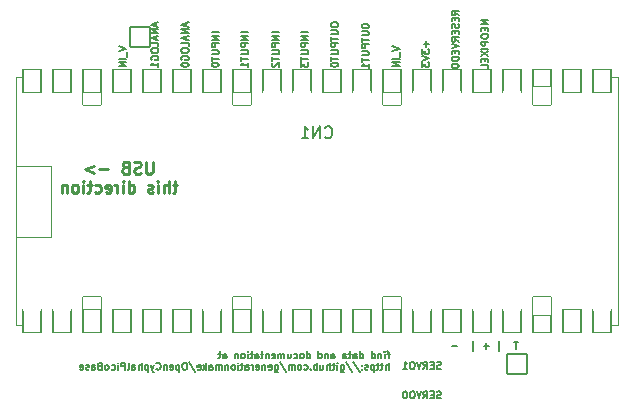
<source format=gbo>
G04 #@! TF.GenerationSoftware,KiCad,Pcbnew,6.0.11-2627ca5db0~126~ubuntu22.04.1*
G04 #@! TF.CreationDate,2023-08-09T03:56:27+02:00*
G04 #@! TF.ProjectId,OpenCyphalPicoBase,4f70656e-4379-4706-9861-6c5069636f42,0.3*
G04 #@! TF.SameCoordinates,PX55d4a80PY57bcf00*
G04 #@! TF.FileFunction,Legend,Bot*
G04 #@! TF.FilePolarity,Positive*
%FSLAX46Y46*%
G04 Gerber Fmt 4.6, Leading zero omitted, Abs format (unit mm)*
G04 Created by KiCad (PCBNEW 6.0.11-2627ca5db0~126~ubuntu22.04.1) date 2023-08-09 03:56:27*
%MOMM*%
%LPD*%
G01*
G04 APERTURE LIST*
G04 Aperture macros list*
%AMRoundRect*
0 Rectangle with rounded corners*
0 $1 Rounding radius*
0 $2 $3 $4 $5 $6 $7 $8 $9 X,Y pos of 4 corners*
0 Add a 4 corners polygon primitive as box body*
4,1,4,$2,$3,$4,$5,$6,$7,$8,$9,$2,$3,0*
0 Add four circle primitives for the rounded corners*
1,1,$1+$1,$2,$3*
1,1,$1+$1,$4,$5*
1,1,$1+$1,$6,$7*
1,1,$1+$1,$8,$9*
0 Add four rect primitives between the rounded corners*
20,1,$1+$1,$2,$3,$4,$5,0*
20,1,$1+$1,$4,$5,$6,$7,0*
20,1,$1+$1,$6,$7,$8,$9,0*
20,1,$1+$1,$8,$9,$2,$3,0*%
G04 Aperture macros list end*
%ADD10C,0.150000*%
%ADD11C,0.250000*%
%ADD12C,0.120000*%
%ADD13C,0.010000*%
%ADD14C,5.902000*%
%ADD15RoundRect,0.051000X-0.850000X0.850000X-0.850000X-0.850000X0.850000X-0.850000X0.850000X0.850000X0*%
%ADD16O,1.802000X1.802000*%
%ADD17RoundRect,0.051000X0.850000X-0.850000X0.850000X0.850000X-0.850000X0.850000X-0.850000X-0.850000X0*%
%ADD18C,1.702000*%
%ADD19RoundRect,0.051000X0.762000X-1.000000X0.762000X1.000000X-0.762000X1.000000X-0.762000X-1.000000X0*%
%ADD20RoundRect,0.051000X0.800000X-0.800000X0.800000X0.800000X-0.800000X0.800000X-0.800000X-0.800000X0*%
G04 APERTURE END LIST*
D10*
X17045357Y-11871428D02*
X16702500Y-11871428D01*
X16873928Y-12471428D02*
X16873928Y-11871428D01*
X15445357Y-12671428D02*
X15445357Y-11814285D01*
X14559642Y-12242857D02*
X14102500Y-12242857D01*
X14331071Y-12471428D02*
X14331071Y-12014285D01*
X13216785Y-12671428D02*
X13216785Y-11814285D01*
X11873928Y-12242857D02*
X11416785Y-12242857D01*
D11*
X-13919048Y3352620D02*
X-13919048Y2543096D01*
X-13966667Y2447858D01*
X-14014286Y2400239D01*
X-14109524Y2352620D01*
X-14300000Y2352620D01*
X-14395239Y2400239D01*
X-14442858Y2447858D01*
X-14490477Y2543096D01*
X-14490477Y3352620D01*
X-14919048Y2400239D02*
X-15061905Y2352620D01*
X-15300000Y2352620D01*
X-15395239Y2400239D01*
X-15442858Y2447858D01*
X-15490477Y2543096D01*
X-15490477Y2638334D01*
X-15442858Y2733572D01*
X-15395239Y2781191D01*
X-15300000Y2828810D01*
X-15109524Y2876429D01*
X-15014286Y2924048D01*
X-14966667Y2971667D01*
X-14919048Y3066905D01*
X-14919048Y3162143D01*
X-14966667Y3257381D01*
X-15014286Y3305000D01*
X-15109524Y3352620D01*
X-15347620Y3352620D01*
X-15490477Y3305000D01*
X-16252381Y2876429D02*
X-16395239Y2828810D01*
X-16442858Y2781191D01*
X-16490477Y2685953D01*
X-16490477Y2543096D01*
X-16442858Y2447858D01*
X-16395239Y2400239D01*
X-16300000Y2352620D01*
X-15919048Y2352620D01*
X-15919048Y3352620D01*
X-16252381Y3352620D01*
X-16347620Y3305000D01*
X-16395239Y3257381D01*
X-16442858Y3162143D01*
X-16442858Y3066905D01*
X-16395239Y2971667D01*
X-16347620Y2924048D01*
X-16252381Y2876429D01*
X-15919048Y2876429D01*
X-17680953Y2733572D02*
X-18442858Y2733572D01*
X-18919048Y3019286D02*
X-19680953Y2733572D01*
X-18919048Y2447858D01*
X-11847620Y1409286D02*
X-12228572Y1409286D01*
X-11990477Y1742620D02*
X-11990477Y885477D01*
X-12038096Y790239D01*
X-12133334Y742620D01*
X-12228572Y742620D01*
X-12561905Y742620D02*
X-12561905Y1742620D01*
X-12990477Y742620D02*
X-12990477Y1266429D01*
X-12942858Y1361667D01*
X-12847620Y1409286D01*
X-12704762Y1409286D01*
X-12609524Y1361667D01*
X-12561905Y1314048D01*
X-13466667Y742620D02*
X-13466667Y1409286D01*
X-13466667Y1742620D02*
X-13419048Y1695000D01*
X-13466667Y1647381D01*
X-13514286Y1695000D01*
X-13466667Y1742620D01*
X-13466667Y1647381D01*
X-13895239Y790239D02*
X-13990477Y742620D01*
X-14180953Y742620D01*
X-14276191Y790239D01*
X-14323810Y885477D01*
X-14323810Y933096D01*
X-14276191Y1028334D01*
X-14180953Y1075953D01*
X-14038096Y1075953D01*
X-13942858Y1123572D01*
X-13895239Y1218810D01*
X-13895239Y1266429D01*
X-13942858Y1361667D01*
X-14038096Y1409286D01*
X-14180953Y1409286D01*
X-14276191Y1361667D01*
X-15942858Y742620D02*
X-15942858Y1742620D01*
X-15942858Y790239D02*
X-15847620Y742620D01*
X-15657143Y742620D01*
X-15561905Y790239D01*
X-15514286Y837858D01*
X-15466667Y933096D01*
X-15466667Y1218810D01*
X-15514286Y1314048D01*
X-15561905Y1361667D01*
X-15657143Y1409286D01*
X-15847620Y1409286D01*
X-15942858Y1361667D01*
X-16419048Y742620D02*
X-16419048Y1409286D01*
X-16419048Y1742620D02*
X-16371429Y1695000D01*
X-16419048Y1647381D01*
X-16466667Y1695000D01*
X-16419048Y1742620D01*
X-16419048Y1647381D01*
X-16895239Y742620D02*
X-16895239Y1409286D01*
X-16895239Y1218810D02*
X-16942858Y1314048D01*
X-16990477Y1361667D01*
X-17085715Y1409286D01*
X-17180953Y1409286D01*
X-17895239Y790239D02*
X-17800000Y742620D01*
X-17609524Y742620D01*
X-17514286Y790239D01*
X-17466667Y885477D01*
X-17466667Y1266429D01*
X-17514286Y1361667D01*
X-17609524Y1409286D01*
X-17800000Y1409286D01*
X-17895239Y1361667D01*
X-17942858Y1266429D01*
X-17942858Y1171191D01*
X-17466667Y1075953D01*
X-18800000Y790239D02*
X-18704762Y742620D01*
X-18514286Y742620D01*
X-18419048Y790239D01*
X-18371429Y837858D01*
X-18323810Y933096D01*
X-18323810Y1218810D01*
X-18371429Y1314048D01*
X-18419048Y1361667D01*
X-18514286Y1409286D01*
X-18704762Y1409286D01*
X-18800000Y1361667D01*
X-19085715Y1409286D02*
X-19466667Y1409286D01*
X-19228572Y1742620D02*
X-19228572Y885477D01*
X-19276191Y790239D01*
X-19371429Y742620D01*
X-19466667Y742620D01*
X-19800000Y742620D02*
X-19800000Y1409286D01*
X-19800000Y1742620D02*
X-19752381Y1695000D01*
X-19800000Y1647381D01*
X-19847620Y1695000D01*
X-19800000Y1742620D01*
X-19800000Y1647381D01*
X-20419048Y742620D02*
X-20323810Y790239D01*
X-20276191Y837858D01*
X-20228572Y933096D01*
X-20228572Y1218810D01*
X-20276191Y1314048D01*
X-20323810Y1361667D01*
X-20419048Y1409286D01*
X-20561905Y1409286D01*
X-20657143Y1361667D01*
X-20704762Y1314048D01*
X-20752381Y1218810D01*
X-20752381Y933096D01*
X-20704762Y837858D01*
X-20657143Y790239D01*
X-20561905Y742620D01*
X-20419048Y742620D01*
X-21180953Y1409286D02*
X-21180953Y742620D01*
X-21180953Y1314048D02*
X-21228572Y1361667D01*
X-21323810Y1409286D01*
X-21466667Y1409286D01*
X-21561905Y1361667D01*
X-21609524Y1266429D01*
X-21609524Y742620D01*
D10*
X-11050000Y15126072D02*
X-11050000Y14840358D01*
X-10878572Y15183215D02*
X-11478572Y14983215D01*
X-10878572Y14783215D01*
X-10878572Y14583215D02*
X-11478572Y14583215D01*
X-10878572Y14240358D01*
X-11478572Y14240358D01*
X-11050000Y13983215D02*
X-11050000Y13697500D01*
X-10878572Y14040358D02*
X-11478572Y13840358D01*
X-10878572Y13640358D01*
X-10878572Y13154643D02*
X-10878572Y13440358D01*
X-11478572Y13440358D01*
X-11478572Y12840358D02*
X-11478572Y12726072D01*
X-11450000Y12668929D01*
X-11392858Y12611786D01*
X-11278572Y12583215D01*
X-11078572Y12583215D01*
X-10964286Y12611786D01*
X-10907143Y12668929D01*
X-10878572Y12726072D01*
X-10878572Y12840358D01*
X-10907143Y12897500D01*
X-10964286Y12954643D01*
X-11078572Y12983215D01*
X-11278572Y12983215D01*
X-11392858Y12954643D01*
X-11450000Y12897500D01*
X-11478572Y12840358D01*
X-11450000Y12011786D02*
X-11478572Y12068929D01*
X-11478572Y12154643D01*
X-11450000Y12240358D01*
X-11392858Y12297500D01*
X-11335715Y12326072D01*
X-11221429Y12354643D01*
X-11135715Y12354643D01*
X-11021429Y12326072D01*
X-10964286Y12297500D01*
X-10907143Y12240358D01*
X-10878572Y12154643D01*
X-10878572Y12097500D01*
X-10907143Y12011786D01*
X-10935715Y11983215D01*
X-11135715Y11983215D01*
X-11135715Y12097500D01*
X-11478572Y11611786D02*
X-11478572Y11554643D01*
X-11450000Y11497500D01*
X-11421429Y11468929D01*
X-11364286Y11440358D01*
X-11250000Y11411786D01*
X-11107143Y11411786D01*
X-10992858Y11440358D01*
X-10935715Y11468929D01*
X-10907143Y11497500D01*
X-10878572Y11554643D01*
X-10878572Y11611786D01*
X-10907143Y11668929D01*
X-10935715Y11697500D01*
X-10992858Y11726072D01*
X-11107143Y11754643D01*
X-11250000Y11754643D01*
X-11364286Y11726072D01*
X-11421429Y11697500D01*
X-11450000Y11668929D01*
X-11478572Y11611786D01*
X-8328572Y14326072D02*
X-8928572Y14326072D01*
X-8328572Y14040358D02*
X-8928572Y14040358D01*
X-8328572Y13697500D01*
X-8928572Y13697500D01*
X-8328572Y13411786D02*
X-8928572Y13411786D01*
X-8928572Y13183215D01*
X-8900000Y13126072D01*
X-8871429Y13097500D01*
X-8814286Y13068929D01*
X-8728572Y13068929D01*
X-8671429Y13097500D01*
X-8642858Y13126072D01*
X-8614286Y13183215D01*
X-8614286Y13411786D01*
X-8928572Y12811786D02*
X-8442858Y12811786D01*
X-8385715Y12783215D01*
X-8357143Y12754643D01*
X-8328572Y12697500D01*
X-8328572Y12583215D01*
X-8357143Y12526072D01*
X-8385715Y12497500D01*
X-8442858Y12468929D01*
X-8928572Y12468929D01*
X-8928572Y12268929D02*
X-8928572Y11926072D01*
X-8328572Y12097500D02*
X-8928572Y12097500D01*
X-8928572Y11611786D02*
X-8928572Y11554643D01*
X-8900000Y11497500D01*
X-8871429Y11468929D01*
X-8814286Y11440358D01*
X-8700000Y11411786D01*
X-8557143Y11411786D01*
X-8442858Y11440358D01*
X-8385715Y11468929D01*
X-8357143Y11497500D01*
X-8328572Y11554643D01*
X-8328572Y11611786D01*
X-8357143Y11668929D01*
X-8385715Y11697500D01*
X-8442858Y11726072D01*
X-8557143Y11754643D01*
X-8700000Y11754643D01*
X-8814286Y11726072D01*
X-8871429Y11697500D01*
X-8900000Y11668929D01*
X-8928572Y11611786D01*
X3771428Y14911786D02*
X3771428Y14797500D01*
X3800000Y14740358D01*
X3857142Y14683215D01*
X3971428Y14654643D01*
X4171428Y14654643D01*
X4285714Y14683215D01*
X4342857Y14740358D01*
X4371428Y14797500D01*
X4371428Y14911786D01*
X4342857Y14968929D01*
X4285714Y15026072D01*
X4171428Y15054643D01*
X3971428Y15054643D01*
X3857142Y15026072D01*
X3800000Y14968929D01*
X3771428Y14911786D01*
X3771428Y14397500D02*
X4257142Y14397500D01*
X4314285Y14368929D01*
X4342857Y14340358D01*
X4371428Y14283215D01*
X4371428Y14168929D01*
X4342857Y14111786D01*
X4314285Y14083215D01*
X4257142Y14054643D01*
X3771428Y14054643D01*
X3771428Y13854643D02*
X3771428Y13511786D01*
X4371428Y13683215D02*
X3771428Y13683215D01*
X4371428Y13311786D02*
X3771428Y13311786D01*
X3771428Y13083215D01*
X3800000Y13026072D01*
X3828571Y12997500D01*
X3885714Y12968929D01*
X3971428Y12968929D01*
X4028571Y12997500D01*
X4057142Y13026072D01*
X4085714Y13083215D01*
X4085714Y13311786D01*
X3771428Y12711786D02*
X4257142Y12711786D01*
X4314285Y12683215D01*
X4342857Y12654643D01*
X4371428Y12597500D01*
X4371428Y12483215D01*
X4342857Y12426072D01*
X4314285Y12397500D01*
X4257142Y12368929D01*
X3771428Y12368929D01*
X3771428Y12168929D02*
X3771428Y11826072D01*
X4371428Y11997500D02*
X3771428Y11997500D01*
X4371428Y11311786D02*
X4371428Y11654643D01*
X4371428Y11483215D02*
X3771428Y11483215D01*
X3857142Y11540358D01*
X3914285Y11597500D01*
X3942857Y11654643D01*
X10488214Y-14142857D02*
X10402500Y-14171428D01*
X10259642Y-14171428D01*
X10202500Y-14142857D01*
X10173928Y-14114285D01*
X10145357Y-14057142D01*
X10145357Y-14000000D01*
X10173928Y-13942857D01*
X10202500Y-13914285D01*
X10259642Y-13885714D01*
X10373928Y-13857142D01*
X10431071Y-13828571D01*
X10459642Y-13800000D01*
X10488214Y-13742857D01*
X10488214Y-13685714D01*
X10459642Y-13628571D01*
X10431071Y-13600000D01*
X10373928Y-13571428D01*
X10231071Y-13571428D01*
X10145357Y-13600000D01*
X9888214Y-13857142D02*
X9688214Y-13857142D01*
X9602500Y-14171428D02*
X9888214Y-14171428D01*
X9888214Y-13571428D01*
X9602500Y-13571428D01*
X9002500Y-14171428D02*
X9202500Y-13885714D01*
X9345357Y-14171428D02*
X9345357Y-13571428D01*
X9116785Y-13571428D01*
X9059642Y-13600000D01*
X9031071Y-13628571D01*
X9002500Y-13685714D01*
X9002500Y-13771428D01*
X9031071Y-13828571D01*
X9059642Y-13857142D01*
X9116785Y-13885714D01*
X9345357Y-13885714D01*
X8831071Y-13571428D02*
X8631071Y-14171428D01*
X8431071Y-13571428D01*
X8116785Y-13571428D02*
X8002500Y-13571428D01*
X7945357Y-13600000D01*
X7888214Y-13657142D01*
X7859642Y-13771428D01*
X7859642Y-13971428D01*
X7888214Y-14085714D01*
X7945357Y-14142857D01*
X8002500Y-14171428D01*
X8116785Y-14171428D01*
X8173928Y-14142857D01*
X8231071Y-14085714D01*
X8259642Y-13971428D01*
X8259642Y-13771428D01*
X8231071Y-13657142D01*
X8173928Y-13600000D01*
X8116785Y-13571428D01*
X7288214Y-14171428D02*
X7631071Y-14171428D01*
X7459642Y-14171428D02*
X7459642Y-13571428D01*
X7516785Y-13657142D01*
X7573928Y-13714285D01*
X7631071Y-13742857D01*
X-13600000Y15126072D02*
X-13600000Y14840358D01*
X-13428572Y15183215D02*
X-14028572Y14983215D01*
X-13428572Y14783215D01*
X-13428572Y14583215D02*
X-14028572Y14583215D01*
X-13428572Y14240358D01*
X-14028572Y14240358D01*
X-13600000Y13983215D02*
X-13600000Y13697500D01*
X-13428572Y14040358D02*
X-14028572Y13840358D01*
X-13428572Y13640358D01*
X-13428572Y13154643D02*
X-13428572Y13440358D01*
X-14028572Y13440358D01*
X-14028572Y12840358D02*
X-14028572Y12726072D01*
X-14000000Y12668929D01*
X-13942858Y12611786D01*
X-13828572Y12583215D01*
X-13628572Y12583215D01*
X-13514286Y12611786D01*
X-13457143Y12668929D01*
X-13428572Y12726072D01*
X-13428572Y12840358D01*
X-13457143Y12897500D01*
X-13514286Y12954643D01*
X-13628572Y12983215D01*
X-13828572Y12983215D01*
X-13942858Y12954643D01*
X-14000000Y12897500D01*
X-14028572Y12840358D01*
X-14000000Y12011786D02*
X-14028572Y12068929D01*
X-14028572Y12154643D01*
X-14000000Y12240358D01*
X-13942858Y12297500D01*
X-13885715Y12326072D01*
X-13771429Y12354643D01*
X-13685715Y12354643D01*
X-13571429Y12326072D01*
X-13514286Y12297500D01*
X-13457143Y12240358D01*
X-13428572Y12154643D01*
X-13428572Y12097500D01*
X-13457143Y12011786D01*
X-13485715Y11983215D01*
X-13685715Y11983215D01*
X-13685715Y12097500D01*
X-13428572Y11411786D02*
X-13428572Y11754643D01*
X-13428572Y11583215D02*
X-14028572Y11583215D01*
X-13942858Y11640358D01*
X-13885715Y11697500D01*
X-13857143Y11754643D01*
X9262857Y13554643D02*
X9262857Y13097500D01*
X9491428Y13326072D02*
X9034285Y13326072D01*
X8891428Y12868929D02*
X8891428Y12497500D01*
X9120000Y12697500D01*
X9120000Y12611786D01*
X9148571Y12554643D01*
X9177142Y12526072D01*
X9234285Y12497500D01*
X9377142Y12497500D01*
X9434285Y12526072D01*
X9462857Y12554643D01*
X9491428Y12611786D01*
X9491428Y12783215D01*
X9462857Y12840358D01*
X9434285Y12868929D01*
X8891428Y12326072D02*
X9491428Y12126072D01*
X8891428Y11926072D01*
X8891428Y11783215D02*
X8891428Y11411786D01*
X9120000Y11611786D01*
X9120000Y11526072D01*
X9148571Y11468929D01*
X9177142Y11440358D01*
X9234285Y11411786D01*
X9377142Y11411786D01*
X9434285Y11440358D01*
X9462857Y11468929D01*
X9491428Y11526072D01*
X9491428Y11697500D01*
X9462857Y11754643D01*
X9434285Y11783215D01*
X10488214Y-16642857D02*
X10402500Y-16671428D01*
X10259642Y-16671428D01*
X10202500Y-16642857D01*
X10173928Y-16614285D01*
X10145357Y-16557142D01*
X10145357Y-16500000D01*
X10173928Y-16442857D01*
X10202500Y-16414285D01*
X10259642Y-16385714D01*
X10373928Y-16357142D01*
X10431071Y-16328571D01*
X10459642Y-16300000D01*
X10488214Y-16242857D01*
X10488214Y-16185714D01*
X10459642Y-16128571D01*
X10431071Y-16100000D01*
X10373928Y-16071428D01*
X10231071Y-16071428D01*
X10145357Y-16100000D01*
X9888214Y-16357142D02*
X9688214Y-16357142D01*
X9602500Y-16671428D02*
X9888214Y-16671428D01*
X9888214Y-16071428D01*
X9602500Y-16071428D01*
X9002500Y-16671428D02*
X9202500Y-16385714D01*
X9345357Y-16671428D02*
X9345357Y-16071428D01*
X9116785Y-16071428D01*
X9059642Y-16100000D01*
X9031071Y-16128571D01*
X9002500Y-16185714D01*
X9002500Y-16271428D01*
X9031071Y-16328571D01*
X9059642Y-16357142D01*
X9116785Y-16385714D01*
X9345357Y-16385714D01*
X8831071Y-16071428D02*
X8631071Y-16671428D01*
X8431071Y-16071428D01*
X8116785Y-16071428D02*
X8002500Y-16071428D01*
X7945357Y-16100000D01*
X7888214Y-16157142D01*
X7859642Y-16271428D01*
X7859642Y-16471428D01*
X7888214Y-16585714D01*
X7945357Y-16642857D01*
X8002500Y-16671428D01*
X8116785Y-16671428D01*
X8173928Y-16642857D01*
X8231071Y-16585714D01*
X8259642Y-16471428D01*
X8259642Y-16271428D01*
X8231071Y-16157142D01*
X8173928Y-16100000D01*
X8116785Y-16071428D01*
X7488214Y-16071428D02*
X7431071Y-16071428D01*
X7373928Y-16100000D01*
X7345357Y-16128571D01*
X7316785Y-16185714D01*
X7288214Y-16300000D01*
X7288214Y-16442857D01*
X7316785Y-16557142D01*
X7345357Y-16614285D01*
X7373928Y-16642857D01*
X7431071Y-16671428D01*
X7488214Y-16671428D01*
X7545357Y-16642857D01*
X7573928Y-16614285D01*
X7602500Y-16557142D01*
X7631071Y-16442857D01*
X7631071Y-16300000D01*
X7602500Y-16185714D01*
X7573928Y-16128571D01*
X7545357Y-16100000D01*
X7488214Y-16071428D01*
X-16728572Y13126072D02*
X-16128572Y12926072D01*
X-16728572Y12726072D01*
X-16071429Y12668929D02*
X-16071429Y12211786D01*
X-16128572Y12068929D02*
X-16728572Y12068929D01*
X-16128572Y11783215D02*
X-16728572Y11783215D01*
X-16128572Y11440358D01*
X-16728572Y11440358D01*
X-3228572Y14326072D02*
X-3828572Y14326072D01*
X-3228572Y14040358D02*
X-3828572Y14040358D01*
X-3228572Y13697500D01*
X-3828572Y13697500D01*
X-3228572Y13411786D02*
X-3828572Y13411786D01*
X-3828572Y13183215D01*
X-3800000Y13126072D01*
X-3771429Y13097500D01*
X-3714286Y13068929D01*
X-3628572Y13068929D01*
X-3571429Y13097500D01*
X-3542858Y13126072D01*
X-3514286Y13183215D01*
X-3514286Y13411786D01*
X-3828572Y12811786D02*
X-3342858Y12811786D01*
X-3285715Y12783215D01*
X-3257143Y12754643D01*
X-3228572Y12697500D01*
X-3228572Y12583215D01*
X-3257143Y12526072D01*
X-3285715Y12497500D01*
X-3342858Y12468929D01*
X-3828572Y12468929D01*
X-3828572Y12268929D02*
X-3828572Y11926072D01*
X-3228572Y12097500D02*
X-3828572Y12097500D01*
X-3771429Y11754643D02*
X-3800000Y11726072D01*
X-3828572Y11668929D01*
X-3828572Y11526072D01*
X-3800000Y11468929D01*
X-3771429Y11440358D01*
X-3714286Y11411786D01*
X-3657143Y11411786D01*
X-3571429Y11440358D01*
X-3228572Y11783215D01*
X-3228572Y11411786D01*
X6391428Y13126072D02*
X6991428Y12926072D01*
X6391428Y12726072D01*
X7048571Y12668929D02*
X7048571Y12211786D01*
X6991428Y12068929D02*
X6391428Y12068929D01*
X6991428Y11783215D02*
X6391428Y11783215D01*
X6991428Y11440358D01*
X6391428Y11440358D01*
X6145357Y-12888428D02*
X5916785Y-12888428D01*
X6059642Y-13288428D02*
X6059642Y-12774142D01*
X6031071Y-12717000D01*
X5973928Y-12688428D01*
X5916785Y-12688428D01*
X5716785Y-13288428D02*
X5716785Y-12888428D01*
X5716785Y-12688428D02*
X5745357Y-12717000D01*
X5716785Y-12745571D01*
X5688214Y-12717000D01*
X5716785Y-12688428D01*
X5716785Y-12745571D01*
X5431071Y-12888428D02*
X5431071Y-13288428D01*
X5431071Y-12945571D02*
X5402500Y-12917000D01*
X5345357Y-12888428D01*
X5259642Y-12888428D01*
X5202500Y-12917000D01*
X5173928Y-12974142D01*
X5173928Y-13288428D01*
X4631071Y-13288428D02*
X4631071Y-12688428D01*
X4631071Y-13259857D02*
X4688214Y-13288428D01*
X4802500Y-13288428D01*
X4859642Y-13259857D01*
X4888214Y-13231285D01*
X4916785Y-13174142D01*
X4916785Y-13002714D01*
X4888214Y-12945571D01*
X4859642Y-12917000D01*
X4802500Y-12888428D01*
X4688214Y-12888428D01*
X4631071Y-12917000D01*
X3631071Y-13288428D02*
X3631071Y-12688428D01*
X3631071Y-13259857D02*
X3688214Y-13288428D01*
X3802500Y-13288428D01*
X3859642Y-13259857D01*
X3888214Y-13231285D01*
X3916785Y-13174142D01*
X3916785Y-13002714D01*
X3888214Y-12945571D01*
X3859642Y-12917000D01*
X3802500Y-12888428D01*
X3688214Y-12888428D01*
X3631071Y-12917000D01*
X3088214Y-13288428D02*
X3088214Y-12974142D01*
X3116785Y-12917000D01*
X3173928Y-12888428D01*
X3288214Y-12888428D01*
X3345357Y-12917000D01*
X3088214Y-13259857D02*
X3145357Y-13288428D01*
X3288214Y-13288428D01*
X3345357Y-13259857D01*
X3373928Y-13202714D01*
X3373928Y-13145571D01*
X3345357Y-13088428D01*
X3288214Y-13059857D01*
X3145357Y-13059857D01*
X3088214Y-13031285D01*
X2888214Y-12888428D02*
X2659642Y-12888428D01*
X2802500Y-12688428D02*
X2802500Y-13202714D01*
X2773928Y-13259857D01*
X2716785Y-13288428D01*
X2659642Y-13288428D01*
X2202500Y-13288428D02*
X2202500Y-12974142D01*
X2231071Y-12917000D01*
X2288214Y-12888428D01*
X2402500Y-12888428D01*
X2459642Y-12917000D01*
X2202500Y-13259857D02*
X2259642Y-13288428D01*
X2402500Y-13288428D01*
X2459642Y-13259857D01*
X2488214Y-13202714D01*
X2488214Y-13145571D01*
X2459642Y-13088428D01*
X2402500Y-13059857D01*
X2259642Y-13059857D01*
X2202500Y-13031285D01*
X1202500Y-13288428D02*
X1202500Y-12974142D01*
X1231071Y-12917000D01*
X1288214Y-12888428D01*
X1402500Y-12888428D01*
X1459642Y-12917000D01*
X1202500Y-13259857D02*
X1259642Y-13288428D01*
X1402500Y-13288428D01*
X1459642Y-13259857D01*
X1488214Y-13202714D01*
X1488214Y-13145571D01*
X1459642Y-13088428D01*
X1402500Y-13059857D01*
X1259642Y-13059857D01*
X1202500Y-13031285D01*
X916785Y-12888428D02*
X916785Y-13288428D01*
X916785Y-12945571D02*
X888214Y-12917000D01*
X831071Y-12888428D01*
X745357Y-12888428D01*
X688214Y-12917000D01*
X659642Y-12974142D01*
X659642Y-13288428D01*
X116785Y-13288428D02*
X116785Y-12688428D01*
X116785Y-13259857D02*
X173928Y-13288428D01*
X288214Y-13288428D01*
X345357Y-13259857D01*
X373928Y-13231285D01*
X402500Y-13174142D01*
X402500Y-13002714D01*
X373928Y-12945571D01*
X345357Y-12917000D01*
X288214Y-12888428D01*
X173928Y-12888428D01*
X116785Y-12917000D01*
X-883215Y-13288428D02*
X-883215Y-12688428D01*
X-883215Y-13259857D02*
X-826072Y-13288428D01*
X-711786Y-13288428D01*
X-654643Y-13259857D01*
X-626072Y-13231285D01*
X-597500Y-13174142D01*
X-597500Y-13002714D01*
X-626072Y-12945571D01*
X-654643Y-12917000D01*
X-711786Y-12888428D01*
X-826072Y-12888428D01*
X-883215Y-12917000D01*
X-1254643Y-13288428D02*
X-1197500Y-13259857D01*
X-1168929Y-13231285D01*
X-1140358Y-13174142D01*
X-1140358Y-13002714D01*
X-1168929Y-12945571D01*
X-1197500Y-12917000D01*
X-1254643Y-12888428D01*
X-1340358Y-12888428D01*
X-1397500Y-12917000D01*
X-1426072Y-12945571D01*
X-1454643Y-13002714D01*
X-1454643Y-13174142D01*
X-1426072Y-13231285D01*
X-1397500Y-13259857D01*
X-1340358Y-13288428D01*
X-1254643Y-13288428D01*
X-1968929Y-13259857D02*
X-1911786Y-13288428D01*
X-1797500Y-13288428D01*
X-1740358Y-13259857D01*
X-1711786Y-13231285D01*
X-1683215Y-13174142D01*
X-1683215Y-13002714D01*
X-1711786Y-12945571D01*
X-1740358Y-12917000D01*
X-1797500Y-12888428D01*
X-1911786Y-12888428D01*
X-1968929Y-12917000D01*
X-2483215Y-12888428D02*
X-2483215Y-13288428D01*
X-2226072Y-12888428D02*
X-2226072Y-13202714D01*
X-2254643Y-13259857D01*
X-2311786Y-13288428D01*
X-2397500Y-13288428D01*
X-2454643Y-13259857D01*
X-2483215Y-13231285D01*
X-2768929Y-13288428D02*
X-2768929Y-12888428D01*
X-2768929Y-12945571D02*
X-2797500Y-12917000D01*
X-2854643Y-12888428D01*
X-2940358Y-12888428D01*
X-2997500Y-12917000D01*
X-3026072Y-12974142D01*
X-3026072Y-13288428D01*
X-3026072Y-12974142D02*
X-3054643Y-12917000D01*
X-3111786Y-12888428D01*
X-3197500Y-12888428D01*
X-3254643Y-12917000D01*
X-3283215Y-12974142D01*
X-3283215Y-13288428D01*
X-3797500Y-13259857D02*
X-3740358Y-13288428D01*
X-3626072Y-13288428D01*
X-3568929Y-13259857D01*
X-3540358Y-13202714D01*
X-3540358Y-12974142D01*
X-3568929Y-12917000D01*
X-3626072Y-12888428D01*
X-3740358Y-12888428D01*
X-3797500Y-12917000D01*
X-3826072Y-12974142D01*
X-3826072Y-13031285D01*
X-3540358Y-13088428D01*
X-4083215Y-12888428D02*
X-4083215Y-13288428D01*
X-4083215Y-12945571D02*
X-4111786Y-12917000D01*
X-4168929Y-12888428D01*
X-4254643Y-12888428D01*
X-4311786Y-12917000D01*
X-4340358Y-12974142D01*
X-4340358Y-13288428D01*
X-4540358Y-12888428D02*
X-4768929Y-12888428D01*
X-4626072Y-12688428D02*
X-4626072Y-13202714D01*
X-4654643Y-13259857D01*
X-4711786Y-13288428D01*
X-4768929Y-13288428D01*
X-5226072Y-13288428D02*
X-5226072Y-12974142D01*
X-5197500Y-12917000D01*
X-5140358Y-12888428D01*
X-5026072Y-12888428D01*
X-4968929Y-12917000D01*
X-5226072Y-13259857D02*
X-5168929Y-13288428D01*
X-5026072Y-13288428D01*
X-4968929Y-13259857D01*
X-4940358Y-13202714D01*
X-4940358Y-13145571D01*
X-4968929Y-13088428D01*
X-5026072Y-13059857D01*
X-5168929Y-13059857D01*
X-5226072Y-13031285D01*
X-5426072Y-12888428D02*
X-5654643Y-12888428D01*
X-5511786Y-12688428D02*
X-5511786Y-13202714D01*
X-5540358Y-13259857D01*
X-5597500Y-13288428D01*
X-5654643Y-13288428D01*
X-5854643Y-13288428D02*
X-5854643Y-12888428D01*
X-5854643Y-12688428D02*
X-5826072Y-12717000D01*
X-5854643Y-12745571D01*
X-5883215Y-12717000D01*
X-5854643Y-12688428D01*
X-5854643Y-12745571D01*
X-6226072Y-13288428D02*
X-6168929Y-13259857D01*
X-6140358Y-13231285D01*
X-6111786Y-13174142D01*
X-6111786Y-13002714D01*
X-6140358Y-12945571D01*
X-6168929Y-12917000D01*
X-6226072Y-12888428D01*
X-6311786Y-12888428D01*
X-6368929Y-12917000D01*
X-6397500Y-12945571D01*
X-6426072Y-13002714D01*
X-6426072Y-13174142D01*
X-6397500Y-13231285D01*
X-6368929Y-13259857D01*
X-6311786Y-13288428D01*
X-6226072Y-13288428D01*
X-6683215Y-12888428D02*
X-6683215Y-13288428D01*
X-6683215Y-12945571D02*
X-6711786Y-12917000D01*
X-6768929Y-12888428D01*
X-6854643Y-12888428D01*
X-6911786Y-12917000D01*
X-6940358Y-12974142D01*
X-6940358Y-13288428D01*
X-7940358Y-13288428D02*
X-7940358Y-12974142D01*
X-7911786Y-12917000D01*
X-7854643Y-12888428D01*
X-7740358Y-12888428D01*
X-7683215Y-12917000D01*
X-7940358Y-13259857D02*
X-7883215Y-13288428D01*
X-7740358Y-13288428D01*
X-7683215Y-13259857D01*
X-7654643Y-13202714D01*
X-7654643Y-13145571D01*
X-7683215Y-13088428D01*
X-7740358Y-13059857D01*
X-7883215Y-13059857D01*
X-7940358Y-13031285D01*
X-8140358Y-12888428D02*
X-8368929Y-12888428D01*
X-8226072Y-12688428D02*
X-8226072Y-13202714D01*
X-8254643Y-13259857D01*
X-8311786Y-13288428D01*
X-8368929Y-13288428D01*
X6059642Y-14254428D02*
X6059642Y-13654428D01*
X5802500Y-14254428D02*
X5802500Y-13940142D01*
X5831071Y-13883000D01*
X5888214Y-13854428D01*
X5973928Y-13854428D01*
X6031071Y-13883000D01*
X6059642Y-13911571D01*
X5602500Y-13854428D02*
X5373928Y-13854428D01*
X5516785Y-13654428D02*
X5516785Y-14168714D01*
X5488214Y-14225857D01*
X5431071Y-14254428D01*
X5373928Y-14254428D01*
X5259642Y-13854428D02*
X5031071Y-13854428D01*
X5173928Y-13654428D02*
X5173928Y-14168714D01*
X5145357Y-14225857D01*
X5088214Y-14254428D01*
X5031071Y-14254428D01*
X4831071Y-13854428D02*
X4831071Y-14454428D01*
X4831071Y-13883000D02*
X4773928Y-13854428D01*
X4659642Y-13854428D01*
X4602500Y-13883000D01*
X4573928Y-13911571D01*
X4545357Y-13968714D01*
X4545357Y-14140142D01*
X4573928Y-14197285D01*
X4602500Y-14225857D01*
X4659642Y-14254428D01*
X4773928Y-14254428D01*
X4831071Y-14225857D01*
X4316785Y-14225857D02*
X4259642Y-14254428D01*
X4145357Y-14254428D01*
X4088214Y-14225857D01*
X4059642Y-14168714D01*
X4059642Y-14140142D01*
X4088214Y-14083000D01*
X4145357Y-14054428D01*
X4231071Y-14054428D01*
X4288214Y-14025857D01*
X4316785Y-13968714D01*
X4316785Y-13940142D01*
X4288214Y-13883000D01*
X4231071Y-13854428D01*
X4145357Y-13854428D01*
X4088214Y-13883000D01*
X3802500Y-14197285D02*
X3773928Y-14225857D01*
X3802500Y-14254428D01*
X3831071Y-14225857D01*
X3802500Y-14197285D01*
X3802500Y-14254428D01*
X3802500Y-13883000D02*
X3773928Y-13911571D01*
X3802500Y-13940142D01*
X3831071Y-13911571D01*
X3802500Y-13883000D01*
X3802500Y-13940142D01*
X3088214Y-13625857D02*
X3602500Y-14397285D01*
X2459642Y-13625857D02*
X2973928Y-14397285D01*
X2002500Y-13854428D02*
X2002500Y-14340142D01*
X2031071Y-14397285D01*
X2059642Y-14425857D01*
X2116785Y-14454428D01*
X2202500Y-14454428D01*
X2259642Y-14425857D01*
X2002500Y-14225857D02*
X2059642Y-14254428D01*
X2173928Y-14254428D01*
X2231071Y-14225857D01*
X2259642Y-14197285D01*
X2288214Y-14140142D01*
X2288214Y-13968714D01*
X2259642Y-13911571D01*
X2231071Y-13883000D01*
X2173928Y-13854428D01*
X2059642Y-13854428D01*
X2002500Y-13883000D01*
X1716785Y-14254428D02*
X1716785Y-13854428D01*
X1716785Y-13654428D02*
X1745357Y-13683000D01*
X1716785Y-13711571D01*
X1688214Y-13683000D01*
X1716785Y-13654428D01*
X1716785Y-13711571D01*
X1516785Y-13854428D02*
X1288214Y-13854428D01*
X1431071Y-13654428D02*
X1431071Y-14168714D01*
X1402500Y-14225857D01*
X1345357Y-14254428D01*
X1288214Y-14254428D01*
X1088214Y-14254428D02*
X1088214Y-13654428D01*
X831071Y-14254428D02*
X831071Y-13940142D01*
X859642Y-13883000D01*
X916785Y-13854428D01*
X1002500Y-13854428D01*
X1059642Y-13883000D01*
X1088214Y-13911571D01*
X288214Y-13854428D02*
X288214Y-14254428D01*
X545357Y-13854428D02*
X545357Y-14168714D01*
X516785Y-14225857D01*
X459642Y-14254428D01*
X373928Y-14254428D01*
X316785Y-14225857D01*
X288214Y-14197285D01*
X2500Y-14254428D02*
X2500Y-13654428D01*
X2500Y-13883000D02*
X-54643Y-13854428D01*
X-168929Y-13854428D01*
X-226072Y-13883000D01*
X-254643Y-13911571D01*
X-283215Y-13968714D01*
X-283215Y-14140142D01*
X-254643Y-14197285D01*
X-226072Y-14225857D01*
X-168929Y-14254428D01*
X-54643Y-14254428D01*
X2500Y-14225857D01*
X-540358Y-14197285D02*
X-568929Y-14225857D01*
X-540358Y-14254428D01*
X-511786Y-14225857D01*
X-540358Y-14197285D01*
X-540358Y-14254428D01*
X-1083215Y-14225857D02*
X-1026072Y-14254428D01*
X-911786Y-14254428D01*
X-854643Y-14225857D01*
X-826072Y-14197285D01*
X-797500Y-14140142D01*
X-797500Y-13968714D01*
X-826072Y-13911571D01*
X-854643Y-13883000D01*
X-911786Y-13854428D01*
X-1026072Y-13854428D01*
X-1083215Y-13883000D01*
X-1426072Y-14254428D02*
X-1368929Y-14225857D01*
X-1340358Y-14197285D01*
X-1311786Y-14140142D01*
X-1311786Y-13968714D01*
X-1340358Y-13911571D01*
X-1368929Y-13883000D01*
X-1426072Y-13854428D01*
X-1511786Y-13854428D01*
X-1568929Y-13883000D01*
X-1597500Y-13911571D01*
X-1626072Y-13968714D01*
X-1626072Y-14140142D01*
X-1597500Y-14197285D01*
X-1568929Y-14225857D01*
X-1511786Y-14254428D01*
X-1426072Y-14254428D01*
X-1883215Y-14254428D02*
X-1883215Y-13854428D01*
X-1883215Y-13911571D02*
X-1911786Y-13883000D01*
X-1968929Y-13854428D01*
X-2054643Y-13854428D01*
X-2111786Y-13883000D01*
X-2140358Y-13940142D01*
X-2140358Y-14254428D01*
X-2140358Y-13940142D02*
X-2168929Y-13883000D01*
X-2226072Y-13854428D01*
X-2311786Y-13854428D01*
X-2368929Y-13883000D01*
X-2397500Y-13940142D01*
X-2397500Y-14254428D01*
X-3111786Y-13625857D02*
X-2597500Y-14397285D01*
X-3568929Y-13854428D02*
X-3568929Y-14340142D01*
X-3540358Y-14397285D01*
X-3511786Y-14425857D01*
X-3454643Y-14454428D01*
X-3368929Y-14454428D01*
X-3311786Y-14425857D01*
X-3568929Y-14225857D02*
X-3511786Y-14254428D01*
X-3397500Y-14254428D01*
X-3340358Y-14225857D01*
X-3311786Y-14197285D01*
X-3283215Y-14140142D01*
X-3283215Y-13968714D01*
X-3311786Y-13911571D01*
X-3340358Y-13883000D01*
X-3397500Y-13854428D01*
X-3511786Y-13854428D01*
X-3568929Y-13883000D01*
X-4083215Y-14225857D02*
X-4026072Y-14254428D01*
X-3911786Y-14254428D01*
X-3854643Y-14225857D01*
X-3826072Y-14168714D01*
X-3826072Y-13940142D01*
X-3854643Y-13883000D01*
X-3911786Y-13854428D01*
X-4026072Y-13854428D01*
X-4083215Y-13883000D01*
X-4111786Y-13940142D01*
X-4111786Y-13997285D01*
X-3826072Y-14054428D01*
X-4368929Y-13854428D02*
X-4368929Y-14254428D01*
X-4368929Y-13911571D02*
X-4397500Y-13883000D01*
X-4454643Y-13854428D01*
X-4540358Y-13854428D01*
X-4597500Y-13883000D01*
X-4626072Y-13940142D01*
X-4626072Y-14254428D01*
X-5140358Y-14225857D02*
X-5083215Y-14254428D01*
X-4968929Y-14254428D01*
X-4911786Y-14225857D01*
X-4883215Y-14168714D01*
X-4883215Y-13940142D01*
X-4911786Y-13883000D01*
X-4968929Y-13854428D01*
X-5083215Y-13854428D01*
X-5140358Y-13883000D01*
X-5168929Y-13940142D01*
X-5168929Y-13997285D01*
X-4883215Y-14054428D01*
X-5426072Y-14254428D02*
X-5426072Y-13854428D01*
X-5426072Y-13968714D02*
X-5454643Y-13911571D01*
X-5483215Y-13883000D01*
X-5540358Y-13854428D01*
X-5597500Y-13854428D01*
X-6054643Y-14254428D02*
X-6054643Y-13940142D01*
X-6026072Y-13883000D01*
X-5968929Y-13854428D01*
X-5854643Y-13854428D01*
X-5797500Y-13883000D01*
X-6054643Y-14225857D02*
X-5997500Y-14254428D01*
X-5854643Y-14254428D01*
X-5797500Y-14225857D01*
X-5768929Y-14168714D01*
X-5768929Y-14111571D01*
X-5797500Y-14054428D01*
X-5854643Y-14025857D01*
X-5997500Y-14025857D01*
X-6054643Y-13997285D01*
X-6254643Y-13854428D02*
X-6483215Y-13854428D01*
X-6340358Y-13654428D02*
X-6340358Y-14168714D01*
X-6368929Y-14225857D01*
X-6426072Y-14254428D01*
X-6483215Y-14254428D01*
X-6683215Y-14254428D02*
X-6683215Y-13854428D01*
X-6683215Y-13654428D02*
X-6654643Y-13683000D01*
X-6683215Y-13711571D01*
X-6711786Y-13683000D01*
X-6683215Y-13654428D01*
X-6683215Y-13711571D01*
X-7054643Y-14254428D02*
X-6997500Y-14225857D01*
X-6968929Y-14197285D01*
X-6940358Y-14140142D01*
X-6940358Y-13968714D01*
X-6968929Y-13911571D01*
X-6997500Y-13883000D01*
X-7054643Y-13854428D01*
X-7140358Y-13854428D01*
X-7197500Y-13883000D01*
X-7226072Y-13911571D01*
X-7254643Y-13968714D01*
X-7254643Y-14140142D01*
X-7226072Y-14197285D01*
X-7197500Y-14225857D01*
X-7140358Y-14254428D01*
X-7054643Y-14254428D01*
X-7511786Y-13854428D02*
X-7511786Y-14254428D01*
X-7511786Y-13911571D02*
X-7540358Y-13883000D01*
X-7597500Y-13854428D01*
X-7683215Y-13854428D01*
X-7740358Y-13883000D01*
X-7768929Y-13940142D01*
X-7768929Y-14254428D01*
X-8054643Y-14254428D02*
X-8054643Y-13854428D01*
X-8054643Y-13911571D02*
X-8083215Y-13883000D01*
X-8140358Y-13854428D01*
X-8226072Y-13854428D01*
X-8283215Y-13883000D01*
X-8311786Y-13940142D01*
X-8311786Y-14254428D01*
X-8311786Y-13940142D02*
X-8340358Y-13883000D01*
X-8397500Y-13854428D01*
X-8483215Y-13854428D01*
X-8540358Y-13883000D01*
X-8568929Y-13940142D01*
X-8568929Y-14254428D01*
X-9111786Y-14254428D02*
X-9111786Y-13940142D01*
X-9083215Y-13883000D01*
X-9026072Y-13854428D01*
X-8911786Y-13854428D01*
X-8854643Y-13883000D01*
X-9111786Y-14225857D02*
X-9054643Y-14254428D01*
X-8911786Y-14254428D01*
X-8854643Y-14225857D01*
X-8826072Y-14168714D01*
X-8826072Y-14111571D01*
X-8854643Y-14054428D01*
X-8911786Y-14025857D01*
X-9054643Y-14025857D01*
X-9111786Y-13997285D01*
X-9397500Y-14254428D02*
X-9397500Y-13654428D01*
X-9454643Y-14025857D02*
X-9626072Y-14254428D01*
X-9626072Y-13854428D02*
X-9397500Y-14083000D01*
X-10111786Y-14225857D02*
X-10054643Y-14254428D01*
X-9940358Y-14254428D01*
X-9883215Y-14225857D01*
X-9854643Y-14168714D01*
X-9854643Y-13940142D01*
X-9883215Y-13883000D01*
X-9940358Y-13854428D01*
X-10054643Y-13854428D01*
X-10111786Y-13883000D01*
X-10140358Y-13940142D01*
X-10140358Y-13997285D01*
X-9854643Y-14054428D01*
X-10826072Y-13625857D02*
X-10311786Y-14397285D01*
X-11140358Y-13654428D02*
X-11254643Y-13654428D01*
X-11311786Y-13683000D01*
X-11368929Y-13740142D01*
X-11397500Y-13854428D01*
X-11397500Y-14054428D01*
X-11368929Y-14168714D01*
X-11311786Y-14225857D01*
X-11254643Y-14254428D01*
X-11140358Y-14254428D01*
X-11083215Y-14225857D01*
X-11026072Y-14168714D01*
X-10997500Y-14054428D01*
X-10997500Y-13854428D01*
X-11026072Y-13740142D01*
X-11083215Y-13683000D01*
X-11140358Y-13654428D01*
X-11654643Y-13854428D02*
X-11654643Y-14454428D01*
X-11654643Y-13883000D02*
X-11711786Y-13854428D01*
X-11826072Y-13854428D01*
X-11883215Y-13883000D01*
X-11911786Y-13911571D01*
X-11940358Y-13968714D01*
X-11940358Y-14140142D01*
X-11911786Y-14197285D01*
X-11883215Y-14225857D01*
X-11826072Y-14254428D01*
X-11711786Y-14254428D01*
X-11654643Y-14225857D01*
X-12426072Y-14225857D02*
X-12368929Y-14254428D01*
X-12254643Y-14254428D01*
X-12197500Y-14225857D01*
X-12168929Y-14168714D01*
X-12168929Y-13940142D01*
X-12197500Y-13883000D01*
X-12254643Y-13854428D01*
X-12368929Y-13854428D01*
X-12426072Y-13883000D01*
X-12454643Y-13940142D01*
X-12454643Y-13997285D01*
X-12168929Y-14054428D01*
X-12711786Y-13854428D02*
X-12711786Y-14254428D01*
X-12711786Y-13911571D02*
X-12740358Y-13883000D01*
X-12797500Y-13854428D01*
X-12883215Y-13854428D01*
X-12940358Y-13883000D01*
X-12968929Y-13940142D01*
X-12968929Y-14254428D01*
X-13597500Y-14197285D02*
X-13568929Y-14225857D01*
X-13483215Y-14254428D01*
X-13426072Y-14254428D01*
X-13340358Y-14225857D01*
X-13283215Y-14168714D01*
X-13254643Y-14111571D01*
X-13226072Y-13997285D01*
X-13226072Y-13911571D01*
X-13254643Y-13797285D01*
X-13283215Y-13740142D01*
X-13340358Y-13683000D01*
X-13426072Y-13654428D01*
X-13483215Y-13654428D01*
X-13568929Y-13683000D01*
X-13597500Y-13711571D01*
X-13797500Y-13854428D02*
X-13940358Y-14254428D01*
X-14083215Y-13854428D02*
X-13940358Y-14254428D01*
X-13883215Y-14397285D01*
X-13854643Y-14425857D01*
X-13797500Y-14454428D01*
X-14311786Y-13854428D02*
X-14311786Y-14454428D01*
X-14311786Y-13883000D02*
X-14368929Y-13854428D01*
X-14483215Y-13854428D01*
X-14540358Y-13883000D01*
X-14568929Y-13911571D01*
X-14597500Y-13968714D01*
X-14597500Y-14140142D01*
X-14568929Y-14197285D01*
X-14540358Y-14225857D01*
X-14483215Y-14254428D01*
X-14368929Y-14254428D01*
X-14311786Y-14225857D01*
X-14854643Y-14254428D02*
X-14854643Y-13654428D01*
X-15111786Y-14254428D02*
X-15111786Y-13940142D01*
X-15083215Y-13883000D01*
X-15026072Y-13854428D01*
X-14940358Y-13854428D01*
X-14883215Y-13883000D01*
X-14854643Y-13911571D01*
X-15654643Y-14254428D02*
X-15654643Y-13940142D01*
X-15626072Y-13883000D01*
X-15568929Y-13854428D01*
X-15454643Y-13854428D01*
X-15397500Y-13883000D01*
X-15654643Y-14225857D02*
X-15597500Y-14254428D01*
X-15454643Y-14254428D01*
X-15397500Y-14225857D01*
X-15368929Y-14168714D01*
X-15368929Y-14111571D01*
X-15397500Y-14054428D01*
X-15454643Y-14025857D01*
X-15597500Y-14025857D01*
X-15654643Y-13997285D01*
X-16026072Y-14254428D02*
X-15968929Y-14225857D01*
X-15940358Y-14168714D01*
X-15940358Y-13654428D01*
X-16254643Y-14254428D02*
X-16254643Y-13654428D01*
X-16483215Y-13654428D01*
X-16540358Y-13683000D01*
X-16568929Y-13711571D01*
X-16597500Y-13768714D01*
X-16597500Y-13854428D01*
X-16568929Y-13911571D01*
X-16540358Y-13940142D01*
X-16483215Y-13968714D01*
X-16254643Y-13968714D01*
X-16854643Y-14254428D02*
X-16854643Y-13854428D01*
X-16854643Y-13654428D02*
X-16826072Y-13683000D01*
X-16854643Y-13711571D01*
X-16883215Y-13683000D01*
X-16854643Y-13654428D01*
X-16854643Y-13711571D01*
X-17397500Y-14225857D02*
X-17340358Y-14254428D01*
X-17226072Y-14254428D01*
X-17168929Y-14225857D01*
X-17140358Y-14197285D01*
X-17111786Y-14140142D01*
X-17111786Y-13968714D01*
X-17140358Y-13911571D01*
X-17168929Y-13883000D01*
X-17226072Y-13854428D01*
X-17340358Y-13854428D01*
X-17397500Y-13883000D01*
X-17740358Y-14254428D02*
X-17683215Y-14225857D01*
X-17654643Y-14197285D01*
X-17626072Y-14140142D01*
X-17626072Y-13968714D01*
X-17654643Y-13911571D01*
X-17683215Y-13883000D01*
X-17740358Y-13854428D01*
X-17826072Y-13854428D01*
X-17883215Y-13883000D01*
X-17911786Y-13911571D01*
X-17940358Y-13968714D01*
X-17940358Y-14140142D01*
X-17911786Y-14197285D01*
X-17883215Y-14225857D01*
X-17826072Y-14254428D01*
X-17740358Y-14254428D01*
X-18397500Y-13940142D02*
X-18483215Y-13968714D01*
X-18511786Y-13997285D01*
X-18540358Y-14054428D01*
X-18540358Y-14140142D01*
X-18511786Y-14197285D01*
X-18483215Y-14225857D01*
X-18426072Y-14254428D01*
X-18197500Y-14254428D01*
X-18197500Y-13654428D01*
X-18397500Y-13654428D01*
X-18454643Y-13683000D01*
X-18483215Y-13711571D01*
X-18511786Y-13768714D01*
X-18511786Y-13825857D01*
X-18483215Y-13883000D01*
X-18454643Y-13911571D01*
X-18397500Y-13940142D01*
X-18197500Y-13940142D01*
X-19054643Y-14254428D02*
X-19054643Y-13940142D01*
X-19026072Y-13883000D01*
X-18968929Y-13854428D01*
X-18854643Y-13854428D01*
X-18797500Y-13883000D01*
X-19054643Y-14225857D02*
X-18997500Y-14254428D01*
X-18854643Y-14254428D01*
X-18797500Y-14225857D01*
X-18768929Y-14168714D01*
X-18768929Y-14111571D01*
X-18797500Y-14054428D01*
X-18854643Y-14025857D01*
X-18997500Y-14025857D01*
X-19054643Y-13997285D01*
X-19311786Y-14225857D02*
X-19368929Y-14254428D01*
X-19483215Y-14254428D01*
X-19540358Y-14225857D01*
X-19568929Y-14168714D01*
X-19568929Y-14140142D01*
X-19540358Y-14083000D01*
X-19483215Y-14054428D01*
X-19397500Y-14054428D01*
X-19340358Y-14025857D01*
X-19311786Y-13968714D01*
X-19311786Y-13940142D01*
X-19340358Y-13883000D01*
X-19397500Y-13854428D01*
X-19483215Y-13854428D01*
X-19540358Y-13883000D01*
X-20054643Y-14225857D02*
X-19997500Y-14254428D01*
X-19883215Y-14254428D01*
X-19826072Y-14225857D01*
X-19797500Y-14168714D01*
X-19797500Y-13940142D01*
X-19826072Y-13883000D01*
X-19883215Y-13854428D01*
X-19997500Y-13854428D01*
X-20054643Y-13883000D01*
X-20083215Y-13940142D01*
X-20083215Y-13997285D01*
X-19797500Y-14054428D01*
X1171428Y15011786D02*
X1171428Y14897500D01*
X1200000Y14840358D01*
X1257142Y14783215D01*
X1371428Y14754643D01*
X1571428Y14754643D01*
X1685714Y14783215D01*
X1742857Y14840358D01*
X1771428Y14897500D01*
X1771428Y15011786D01*
X1742857Y15068929D01*
X1685714Y15126072D01*
X1571428Y15154643D01*
X1371428Y15154643D01*
X1257142Y15126072D01*
X1200000Y15068929D01*
X1171428Y15011786D01*
X1171428Y14497500D02*
X1657142Y14497500D01*
X1714285Y14468929D01*
X1742857Y14440358D01*
X1771428Y14383215D01*
X1771428Y14268929D01*
X1742857Y14211786D01*
X1714285Y14183215D01*
X1657142Y14154643D01*
X1171428Y14154643D01*
X1171428Y13954643D02*
X1171428Y13611786D01*
X1771428Y13783215D02*
X1171428Y13783215D01*
X1771428Y13411786D02*
X1171428Y13411786D01*
X1171428Y13183215D01*
X1200000Y13126072D01*
X1228571Y13097500D01*
X1285714Y13068929D01*
X1371428Y13068929D01*
X1428571Y13097500D01*
X1457142Y13126072D01*
X1485714Y13183215D01*
X1485714Y13411786D01*
X1171428Y12811786D02*
X1657142Y12811786D01*
X1714285Y12783215D01*
X1742857Y12754643D01*
X1771428Y12697500D01*
X1771428Y12583215D01*
X1742857Y12526072D01*
X1714285Y12497500D01*
X1657142Y12468929D01*
X1171428Y12468929D01*
X1171428Y12268929D02*
X1171428Y11926072D01*
X1771428Y12097500D02*
X1171428Y12097500D01*
X1171428Y11611786D02*
X1171428Y11554643D01*
X1200000Y11497500D01*
X1228571Y11468929D01*
X1285714Y11440358D01*
X1400000Y11411786D01*
X1542857Y11411786D01*
X1657142Y11440358D01*
X1714285Y11468929D01*
X1742857Y11497500D01*
X1771428Y11554643D01*
X1771428Y11611786D01*
X1742857Y11668929D01*
X1714285Y11697500D01*
X1657142Y11726072D01*
X1542857Y11754643D01*
X1400000Y11754643D01*
X1285714Y11726072D01*
X1228571Y11697500D01*
X1200000Y11668929D01*
X1171428Y11611786D01*
X14511428Y15340358D02*
X13911428Y15340358D01*
X14511428Y14997500D01*
X13911428Y14997500D01*
X14197142Y14711786D02*
X14197142Y14511786D01*
X14511428Y14426072D02*
X14511428Y14711786D01*
X13911428Y14711786D01*
X13911428Y14426072D01*
X13911428Y14054643D02*
X13911428Y13940358D01*
X13940000Y13883215D01*
X13997142Y13826072D01*
X14111428Y13797500D01*
X14311428Y13797500D01*
X14425714Y13826072D01*
X14482857Y13883215D01*
X14511428Y13940358D01*
X14511428Y14054643D01*
X14482857Y14111786D01*
X14425714Y14168929D01*
X14311428Y14197500D01*
X14111428Y14197500D01*
X13997142Y14168929D01*
X13940000Y14111786D01*
X13911428Y14054643D01*
X14511428Y13540358D02*
X13911428Y13540358D01*
X13911428Y13311786D01*
X13940000Y13254643D01*
X13968571Y13226072D01*
X14025714Y13197500D01*
X14111428Y13197500D01*
X14168571Y13226072D01*
X14197142Y13254643D01*
X14225714Y13311786D01*
X14225714Y13540358D01*
X14511428Y12940358D02*
X13911428Y12940358D01*
X13911428Y12711786D02*
X14511428Y12311786D01*
X13911428Y12311786D02*
X14511428Y12711786D01*
X14197142Y12083215D02*
X14197142Y11883215D01*
X14511428Y11797500D02*
X14511428Y12083215D01*
X13911428Y12083215D01*
X13911428Y11797500D01*
X14511428Y11254643D02*
X14511428Y11540358D01*
X13911428Y11540358D01*
X11991428Y15797500D02*
X11705714Y15997500D01*
X11991428Y16140358D02*
X11391428Y16140358D01*
X11391428Y15911786D01*
X11420000Y15854643D01*
X11448571Y15826072D01*
X11505714Y15797500D01*
X11591428Y15797500D01*
X11648571Y15826072D01*
X11677142Y15854643D01*
X11705714Y15911786D01*
X11705714Y16140358D01*
X11677142Y15540358D02*
X11677142Y15340358D01*
X11991428Y15254643D02*
X11991428Y15540358D01*
X11391428Y15540358D01*
X11391428Y15254643D01*
X11962857Y15026072D02*
X11991428Y14940358D01*
X11991428Y14797500D01*
X11962857Y14740358D01*
X11934285Y14711786D01*
X11877142Y14683215D01*
X11820000Y14683215D01*
X11762857Y14711786D01*
X11734285Y14740358D01*
X11705714Y14797500D01*
X11677142Y14911786D01*
X11648571Y14968929D01*
X11620000Y14997500D01*
X11562857Y15026072D01*
X11505714Y15026072D01*
X11448571Y14997500D01*
X11420000Y14968929D01*
X11391428Y14911786D01*
X11391428Y14768929D01*
X11420000Y14683215D01*
X11677142Y14426072D02*
X11677142Y14226072D01*
X11991428Y14140358D02*
X11991428Y14426072D01*
X11391428Y14426072D01*
X11391428Y14140358D01*
X11991428Y13540358D02*
X11705714Y13740358D01*
X11991428Y13883215D02*
X11391428Y13883215D01*
X11391428Y13654643D01*
X11420000Y13597500D01*
X11448571Y13568929D01*
X11505714Y13540358D01*
X11591428Y13540358D01*
X11648571Y13568929D01*
X11677142Y13597500D01*
X11705714Y13654643D01*
X11705714Y13883215D01*
X11391428Y13368929D02*
X11991428Y13168929D01*
X11391428Y12968929D01*
X11677142Y12768929D02*
X11677142Y12568929D01*
X11991428Y12483215D02*
X11991428Y12768929D01*
X11391428Y12768929D01*
X11391428Y12483215D01*
X11991428Y12226072D02*
X11391428Y12226072D01*
X11391428Y12083215D01*
X11420000Y11997500D01*
X11477142Y11940358D01*
X11534285Y11911786D01*
X11648571Y11883215D01*
X11734285Y11883215D01*
X11848571Y11911786D01*
X11905714Y11940358D01*
X11962857Y11997500D01*
X11991428Y12083215D01*
X11991428Y12226072D01*
X11391428Y11511786D02*
X11391428Y11454643D01*
X11420000Y11397500D01*
X11448571Y11368929D01*
X11505714Y11340358D01*
X11620000Y11311786D01*
X11762857Y11311786D01*
X11877142Y11340358D01*
X11934285Y11368929D01*
X11962857Y11397500D01*
X11991428Y11454643D01*
X11991428Y11511786D01*
X11962857Y11568929D01*
X11934285Y11597500D01*
X11877142Y11626072D01*
X11762857Y11654643D01*
X11620000Y11654643D01*
X11505714Y11626072D01*
X11448571Y11597500D01*
X11420000Y11568929D01*
X11391428Y11511786D01*
X-728572Y14326072D02*
X-1328572Y14326072D01*
X-728572Y14040358D02*
X-1328572Y14040358D01*
X-728572Y13697500D01*
X-1328572Y13697500D01*
X-728572Y13411786D02*
X-1328572Y13411786D01*
X-1328572Y13183215D01*
X-1300000Y13126072D01*
X-1271429Y13097500D01*
X-1214286Y13068929D01*
X-1128572Y13068929D01*
X-1071429Y13097500D01*
X-1042858Y13126072D01*
X-1014286Y13183215D01*
X-1014286Y13411786D01*
X-1328572Y12811786D02*
X-842858Y12811786D01*
X-785715Y12783215D01*
X-757143Y12754643D01*
X-728572Y12697500D01*
X-728572Y12583215D01*
X-757143Y12526072D01*
X-785715Y12497500D01*
X-842858Y12468929D01*
X-1328572Y12468929D01*
X-1328572Y12268929D02*
X-1328572Y11926072D01*
X-728572Y12097500D02*
X-1328572Y12097500D01*
X-1328572Y11783215D02*
X-1328572Y11411786D01*
X-1100000Y11611786D01*
X-1100000Y11526072D01*
X-1071429Y11468929D01*
X-1042858Y11440358D01*
X-985715Y11411786D01*
X-842858Y11411786D01*
X-785715Y11440358D01*
X-757143Y11468929D01*
X-728572Y11526072D01*
X-728572Y11697500D01*
X-757143Y11754643D01*
X-785715Y11783215D01*
X-5828572Y14326072D02*
X-6428572Y14326072D01*
X-5828572Y14040358D02*
X-6428572Y14040358D01*
X-5828572Y13697500D01*
X-6428572Y13697500D01*
X-5828572Y13411786D02*
X-6428572Y13411786D01*
X-6428572Y13183215D01*
X-6400000Y13126072D01*
X-6371429Y13097500D01*
X-6314286Y13068929D01*
X-6228572Y13068929D01*
X-6171429Y13097500D01*
X-6142858Y13126072D01*
X-6114286Y13183215D01*
X-6114286Y13411786D01*
X-6428572Y12811786D02*
X-5942858Y12811786D01*
X-5885715Y12783215D01*
X-5857143Y12754643D01*
X-5828572Y12697500D01*
X-5828572Y12583215D01*
X-5857143Y12526072D01*
X-5885715Y12497500D01*
X-5942858Y12468929D01*
X-6428572Y12468929D01*
X-6428572Y12268929D02*
X-6428572Y11926072D01*
X-5828572Y12097500D02*
X-6428572Y12097500D01*
X-5828572Y11411786D02*
X-5828572Y11754643D01*
X-5828572Y11583215D02*
X-6428572Y11583215D01*
X-6342858Y11640358D01*
X-6285715Y11697500D01*
X-6257143Y11754643D01*
X690476Y5442858D02*
X738095Y5395239D01*
X880952Y5347620D01*
X976190Y5347620D01*
X1119047Y5395239D01*
X1214285Y5490477D01*
X1261904Y5585715D01*
X1309523Y5776191D01*
X1309523Y5919048D01*
X1261904Y6109524D01*
X1214285Y6204762D01*
X1119047Y6300000D01*
X976190Y6347620D01*
X880952Y6347620D01*
X738095Y6300000D01*
X690476Y6252381D01*
X261904Y5347620D02*
X261904Y6347620D01*
X-309524Y5347620D01*
X-309524Y6347620D01*
X-1309524Y5347620D02*
X-738096Y5347620D01*
X-1023810Y5347620D02*
X-1023810Y6347620D01*
X-928572Y6204762D01*
X-833334Y6109524D01*
X-738096Y6061905D01*
D12*
X-22500000Y3000000D02*
X-22500000Y-3000000D01*
X25500000Y10500000D02*
X25500000Y-10500000D01*
X-22500000Y-3000000D02*
X-25500000Y-3000000D01*
X-25500000Y10500000D02*
X-25500000Y-10500000D01*
X25500000Y-10500000D02*
X25000000Y-10500000D01*
X-25500000Y10500000D02*
X-25000000Y10500000D01*
X-25500000Y-10500000D02*
X-25000000Y-10500000D01*
X-25500000Y3000000D02*
X-22500000Y3000000D01*
X25000000Y10500000D02*
X25500000Y10500000D01*
%LPC*%
G36*
X-6476950Y-17183850D02*
G01*
X-6476950Y-17133050D01*
X-2247850Y-17133050D01*
X5626150Y-17133050D01*
X5626150Y-15482050D01*
X-2247850Y-15482050D01*
X-2247850Y-17133050D01*
X-6476950Y-17133050D01*
X-6476950Y-16396450D01*
X-6210250Y-16396450D01*
X-5981650Y-16396450D01*
X-5908458Y-16396562D01*
X-5846671Y-16397172D01*
X-5803814Y-16398635D01*
X-5776456Y-16401307D01*
X-5761164Y-16405545D01*
X-5754506Y-16411703D01*
X-5753050Y-16420137D01*
X-5755435Y-16435966D01*
X-5775813Y-16472011D01*
X-5811649Y-16503518D01*
X-5856407Y-16523923D01*
X-5901607Y-16530584D01*
X-5967346Y-16529668D01*
X-6035361Y-16520094D01*
X-6094325Y-16502866D01*
X-6126551Y-16490516D01*
X-6152533Y-16485869D01*
X-6166029Y-16496330D01*
X-6170531Y-16525302D01*
X-6169531Y-16576189D01*
X-6165800Y-16667029D01*
X-6115000Y-16685573D01*
X-6102266Y-16689814D01*
X-6038600Y-16703927D01*
X-5962345Y-16712743D01*
X-5883471Y-16715421D01*
X-5811950Y-16711120D01*
X-5760847Y-16702276D01*
X-5734383Y-16693096D01*
X-5410150Y-16693096D01*
X-5399898Y-16696098D01*
X-5368979Y-16698772D01*
X-5322357Y-16700583D01*
X-5265061Y-16701250D01*
X-5119973Y-16701250D01*
X-5038536Y-16568554D01*
X-4957099Y-16435859D01*
X-4917144Y-16463779D01*
X-4899444Y-16476900D01*
X-4886755Y-16491473D01*
X-4880093Y-16511921D01*
X-4877488Y-16544752D01*
X-4876969Y-16596475D01*
X-4876750Y-16701250D01*
X-4610050Y-16701250D01*
X-4434699Y-16701250D01*
X-4241339Y-16701250D01*
X-4220142Y-16656800D01*
X-4212469Y-16641316D01*
X-4196783Y-16617956D01*
X-4182593Y-16615575D01*
X-4165057Y-16631992D01*
X-4164461Y-16632700D01*
X-4142220Y-16654021D01*
X-4112302Y-16677592D01*
X-4075250Y-16695917D01*
X-4016951Y-16710525D01*
X-3951671Y-16716326D01*
X-3888950Y-16711859D01*
X-3861783Y-16705684D01*
X-3852418Y-16701250D01*
X-3568650Y-16701250D01*
X-3314650Y-16701250D01*
X-3314576Y-16513925D01*
X-3314409Y-16470849D01*
X-3312232Y-16369530D01*
X-3307024Y-16290288D01*
X-3298137Y-16230758D01*
X-3284922Y-16188575D01*
X-3266732Y-16161373D01*
X-3242919Y-16146786D01*
X-3212836Y-16142450D01*
X-3184162Y-16146989D01*
X-3156058Y-16165410D01*
X-3134238Y-16199728D01*
X-3118161Y-16251795D01*
X-3107290Y-16323458D01*
X-3101084Y-16416568D01*
X-3099005Y-16532975D01*
X-3098750Y-16701250D01*
X-2847129Y-16701250D01*
X-2842623Y-16463125D01*
X-2842020Y-16433623D01*
X-2839190Y-16341971D01*
X-2834806Y-16271982D01*
X-2828150Y-16220734D01*
X-2818505Y-16185304D01*
X-2805153Y-16162770D01*
X-2787377Y-16150210D01*
X-2764460Y-16144702D01*
X-2761578Y-16144413D01*
X-2715510Y-16152053D01*
X-2678454Y-16181085D01*
X-2654950Y-16228054D01*
X-2652037Y-16243745D01*
X-2647920Y-16285807D01*
X-2644624Y-16344286D01*
X-2642431Y-16413689D01*
X-2641620Y-16488525D01*
X-2641550Y-16701250D01*
X-2374850Y-16701250D01*
X-2374850Y-15951950D01*
X-2576080Y-15951950D01*
X-2590750Y-15996400D01*
X-2596357Y-16012359D01*
X-2609008Y-16035904D01*
X-2622143Y-16036198D01*
X-2639182Y-16014521D01*
X-2650510Y-16000066D01*
X-2692682Y-15970824D01*
X-2749787Y-15951498D01*
X-2815745Y-15942196D01*
X-2884477Y-15943025D01*
X-2949902Y-15954092D01*
X-3005940Y-15975502D01*
X-3046509Y-16007364D01*
X-3049192Y-16010546D01*
X-3063877Y-16023747D01*
X-3080068Y-16025267D01*
X-3103992Y-16013859D01*
X-3141875Y-15988277D01*
X-3149814Y-15982938D01*
X-3214799Y-15953269D01*
X-3287939Y-15939331D01*
X-3362164Y-15941064D01*
X-3430399Y-15958404D01*
X-3485572Y-15991290D01*
X-3506938Y-16011902D01*
X-3527171Y-16038229D01*
X-3542526Y-16069823D01*
X-3553646Y-16110035D01*
X-3561175Y-16162218D01*
X-3565757Y-16229723D01*
X-3568034Y-16315904D01*
X-3568650Y-16424112D01*
X-3568650Y-16701250D01*
X-3852418Y-16701250D01*
X-3798809Y-16675869D01*
X-3753056Y-16627696D01*
X-3725033Y-16561846D01*
X-3715246Y-16479000D01*
X-3720457Y-16418862D01*
X-3742838Y-16357355D01*
X-3783999Y-16308754D01*
X-3845183Y-16272089D01*
X-3927629Y-16246388D01*
X-4032577Y-16230682D01*
X-4066493Y-16227228D01*
X-4114588Y-16221366D01*
X-4149040Y-16215916D01*
X-4164013Y-16211719D01*
X-4164103Y-16211625D01*
X-4163482Y-16196525D01*
X-4152249Y-16170704D01*
X-4125035Y-16139157D01*
X-4086069Y-16124010D01*
X-4032584Y-16125029D01*
X-3961698Y-16141776D01*
X-3953814Y-16144121D01*
X-3909711Y-16155340D01*
X-3876232Y-16160750D01*
X-3860098Y-16159197D01*
X-3851895Y-16146214D01*
X-3836350Y-16115665D01*
X-3817969Y-16075672D01*
X-3785856Y-16002544D01*
X-3828453Y-15984746D01*
X-3830415Y-15983934D01*
X-3907496Y-15960046D01*
X-3999234Y-15944127D01*
X-4095949Y-15937874D01*
X-4171190Y-15940622D01*
X-4252847Y-15955619D01*
X-4316947Y-15984849D01*
X-4366309Y-16029723D01*
X-4403754Y-16091650D01*
X-4404198Y-16092634D01*
X-4411238Y-16113716D01*
X-4416797Y-16143703D01*
X-4421133Y-16185893D01*
X-4424504Y-16243586D01*
X-4427170Y-16320080D01*
X-4429389Y-16418675D01*
X-4434699Y-16701250D01*
X-4610050Y-16701250D01*
X-4610050Y-15658961D01*
X-4740225Y-15662580D01*
X-4870400Y-15666200D01*
X-4868350Y-15966874D01*
X-4866301Y-16267548D01*
X-4959708Y-16144674D01*
X-4990234Y-16104286D01*
X-5032736Y-16047914D01*
X-5064936Y-16007197D01*
X-5090623Y-15979688D01*
X-5113585Y-15962940D01*
X-5137613Y-15954505D01*
X-5166495Y-15951936D01*
X-5204019Y-15952786D01*
X-5253976Y-15954607D01*
X-5396253Y-15958300D01*
X-5269359Y-16114031D01*
X-5142465Y-16269763D01*
X-5189471Y-16342669D01*
X-5276307Y-16477352D01*
X-5280967Y-16484585D01*
X-5321850Y-16548478D01*
X-5357318Y-16604674D01*
X-5385263Y-16649775D01*
X-5403576Y-16680382D01*
X-5410150Y-16693096D01*
X-5734383Y-16693096D01*
X-5670132Y-16670808D01*
X-5597275Y-16621299D01*
X-5542311Y-16553776D01*
X-5505274Y-16468266D01*
X-5495715Y-16428486D01*
X-5487305Y-16342669D01*
X-5492445Y-16254582D01*
X-5510026Y-16170719D01*
X-5538942Y-16097575D01*
X-5578082Y-16041644D01*
X-5597643Y-16022707D01*
X-5647542Y-15985961D01*
X-5704124Y-15962199D01*
X-5773305Y-15949415D01*
X-5861000Y-15945600D01*
X-5892056Y-15945752D01*
X-5945383Y-15947593D01*
X-5984258Y-15952522D01*
X-6016183Y-15961776D01*
X-6048663Y-15976595D01*
X-6070630Y-15988904D01*
X-6132460Y-16040297D01*
X-6176008Y-16107809D01*
X-6201772Y-16192418D01*
X-6210250Y-16295107D01*
X-6210250Y-16396450D01*
X-6476950Y-16396450D01*
X-6476950Y-15418550D01*
X5676950Y-15418550D01*
X5676950Y-17183850D01*
X-6476950Y-17183850D01*
G37*
D13*
X-6476950Y-17183850D02*
X-6476950Y-17133050D01*
X-2247850Y-17133050D01*
X5626150Y-17133050D01*
X5626150Y-15482050D01*
X-2247850Y-15482050D01*
X-2247850Y-17133050D01*
X-6476950Y-17133050D01*
X-6476950Y-16396450D01*
X-6210250Y-16396450D01*
X-5981650Y-16396450D01*
X-5908458Y-16396562D01*
X-5846671Y-16397172D01*
X-5803814Y-16398635D01*
X-5776456Y-16401307D01*
X-5761164Y-16405545D01*
X-5754506Y-16411703D01*
X-5753050Y-16420137D01*
X-5755435Y-16435966D01*
X-5775813Y-16472011D01*
X-5811649Y-16503518D01*
X-5856407Y-16523923D01*
X-5901607Y-16530584D01*
X-5967346Y-16529668D01*
X-6035361Y-16520094D01*
X-6094325Y-16502866D01*
X-6126551Y-16490516D01*
X-6152533Y-16485869D01*
X-6166029Y-16496330D01*
X-6170531Y-16525302D01*
X-6169531Y-16576189D01*
X-6165800Y-16667029D01*
X-6115000Y-16685573D01*
X-6102266Y-16689814D01*
X-6038600Y-16703927D01*
X-5962345Y-16712743D01*
X-5883471Y-16715421D01*
X-5811950Y-16711120D01*
X-5760847Y-16702276D01*
X-5734383Y-16693096D01*
X-5410150Y-16693096D01*
X-5399898Y-16696098D01*
X-5368979Y-16698772D01*
X-5322357Y-16700583D01*
X-5265061Y-16701250D01*
X-5119973Y-16701250D01*
X-5038536Y-16568554D01*
X-4957099Y-16435859D01*
X-4917144Y-16463779D01*
X-4899444Y-16476900D01*
X-4886755Y-16491473D01*
X-4880093Y-16511921D01*
X-4877488Y-16544752D01*
X-4876969Y-16596475D01*
X-4876750Y-16701250D01*
X-4610050Y-16701250D01*
X-4434699Y-16701250D01*
X-4241339Y-16701250D01*
X-4220142Y-16656800D01*
X-4212469Y-16641316D01*
X-4196783Y-16617956D01*
X-4182593Y-16615575D01*
X-4165057Y-16631992D01*
X-4164461Y-16632700D01*
X-4142220Y-16654021D01*
X-4112302Y-16677592D01*
X-4075250Y-16695917D01*
X-4016951Y-16710525D01*
X-3951671Y-16716326D01*
X-3888950Y-16711859D01*
X-3861783Y-16705684D01*
X-3852418Y-16701250D01*
X-3568650Y-16701250D01*
X-3314650Y-16701250D01*
X-3314576Y-16513925D01*
X-3314409Y-16470849D01*
X-3312232Y-16369530D01*
X-3307024Y-16290288D01*
X-3298137Y-16230758D01*
X-3284922Y-16188575D01*
X-3266732Y-16161373D01*
X-3242919Y-16146786D01*
X-3212836Y-16142450D01*
X-3184162Y-16146989D01*
X-3156058Y-16165410D01*
X-3134238Y-16199728D01*
X-3118161Y-16251795D01*
X-3107290Y-16323458D01*
X-3101084Y-16416568D01*
X-3099005Y-16532975D01*
X-3098750Y-16701250D01*
X-2847129Y-16701250D01*
X-2842623Y-16463125D01*
X-2842020Y-16433623D01*
X-2839190Y-16341971D01*
X-2834806Y-16271982D01*
X-2828150Y-16220734D01*
X-2818505Y-16185304D01*
X-2805153Y-16162770D01*
X-2787377Y-16150210D01*
X-2764460Y-16144702D01*
X-2761578Y-16144413D01*
X-2715510Y-16152053D01*
X-2678454Y-16181085D01*
X-2654950Y-16228054D01*
X-2652037Y-16243745D01*
X-2647920Y-16285807D01*
X-2644624Y-16344286D01*
X-2642431Y-16413689D01*
X-2641620Y-16488525D01*
X-2641550Y-16701250D01*
X-2374850Y-16701250D01*
X-2374850Y-15951950D01*
X-2576080Y-15951950D01*
X-2590750Y-15996400D01*
X-2596357Y-16012359D01*
X-2609008Y-16035904D01*
X-2622143Y-16036198D01*
X-2639182Y-16014521D01*
X-2650510Y-16000066D01*
X-2692682Y-15970824D01*
X-2749787Y-15951498D01*
X-2815745Y-15942196D01*
X-2884477Y-15943025D01*
X-2949902Y-15954092D01*
X-3005940Y-15975502D01*
X-3046509Y-16007364D01*
X-3049192Y-16010546D01*
X-3063877Y-16023747D01*
X-3080068Y-16025267D01*
X-3103992Y-16013859D01*
X-3141875Y-15988277D01*
X-3149814Y-15982938D01*
X-3214799Y-15953269D01*
X-3287939Y-15939331D01*
X-3362164Y-15941064D01*
X-3430399Y-15958404D01*
X-3485572Y-15991290D01*
X-3506938Y-16011902D01*
X-3527171Y-16038229D01*
X-3542526Y-16069823D01*
X-3553646Y-16110035D01*
X-3561175Y-16162218D01*
X-3565757Y-16229723D01*
X-3568034Y-16315904D01*
X-3568650Y-16424112D01*
X-3568650Y-16701250D01*
X-3852418Y-16701250D01*
X-3798809Y-16675869D01*
X-3753056Y-16627696D01*
X-3725033Y-16561846D01*
X-3715246Y-16479000D01*
X-3720457Y-16418862D01*
X-3742838Y-16357355D01*
X-3783999Y-16308754D01*
X-3845183Y-16272089D01*
X-3927629Y-16246388D01*
X-4032577Y-16230682D01*
X-4066493Y-16227228D01*
X-4114588Y-16221366D01*
X-4149040Y-16215916D01*
X-4164013Y-16211719D01*
X-4164103Y-16211625D01*
X-4163482Y-16196525D01*
X-4152249Y-16170704D01*
X-4125035Y-16139157D01*
X-4086069Y-16124010D01*
X-4032584Y-16125029D01*
X-3961698Y-16141776D01*
X-3953814Y-16144121D01*
X-3909711Y-16155340D01*
X-3876232Y-16160750D01*
X-3860098Y-16159197D01*
X-3851895Y-16146214D01*
X-3836350Y-16115665D01*
X-3817969Y-16075672D01*
X-3785856Y-16002544D01*
X-3828453Y-15984746D01*
X-3830415Y-15983934D01*
X-3907496Y-15960046D01*
X-3999234Y-15944127D01*
X-4095949Y-15937874D01*
X-4171190Y-15940622D01*
X-4252847Y-15955619D01*
X-4316947Y-15984849D01*
X-4366309Y-16029723D01*
X-4403754Y-16091650D01*
X-4404198Y-16092634D01*
X-4411238Y-16113716D01*
X-4416797Y-16143703D01*
X-4421133Y-16185893D01*
X-4424504Y-16243586D01*
X-4427170Y-16320080D01*
X-4429389Y-16418675D01*
X-4434699Y-16701250D01*
X-4610050Y-16701250D01*
X-4610050Y-15658961D01*
X-4740225Y-15662580D01*
X-4870400Y-15666200D01*
X-4868350Y-15966874D01*
X-4866301Y-16267548D01*
X-4959708Y-16144674D01*
X-4990234Y-16104286D01*
X-5032736Y-16047914D01*
X-5064936Y-16007197D01*
X-5090623Y-15979688D01*
X-5113585Y-15962940D01*
X-5137613Y-15954505D01*
X-5166495Y-15951936D01*
X-5204019Y-15952786D01*
X-5253976Y-15954607D01*
X-5396253Y-15958300D01*
X-5269359Y-16114031D01*
X-5142465Y-16269763D01*
X-5189471Y-16342669D01*
X-5276307Y-16477352D01*
X-5280967Y-16484585D01*
X-5321850Y-16548478D01*
X-5357318Y-16604674D01*
X-5385263Y-16649775D01*
X-5403576Y-16680382D01*
X-5410150Y-16693096D01*
X-5734383Y-16693096D01*
X-5670132Y-16670808D01*
X-5597275Y-16621299D01*
X-5542311Y-16553776D01*
X-5505274Y-16468266D01*
X-5495715Y-16428486D01*
X-5487305Y-16342669D01*
X-5492445Y-16254582D01*
X-5510026Y-16170719D01*
X-5538942Y-16097575D01*
X-5578082Y-16041644D01*
X-5597643Y-16022707D01*
X-5647542Y-15985961D01*
X-5704124Y-15962199D01*
X-5773305Y-15949415D01*
X-5861000Y-15945600D01*
X-5892056Y-15945752D01*
X-5945383Y-15947593D01*
X-5984258Y-15952522D01*
X-6016183Y-15961776D01*
X-6048663Y-15976595D01*
X-6070630Y-15988904D01*
X-6132460Y-16040297D01*
X-6176008Y-16107809D01*
X-6201772Y-16192418D01*
X-6210250Y-16295107D01*
X-6210250Y-16396450D01*
X-6476950Y-16396450D01*
X-6476950Y-15418550D01*
X5676950Y-15418550D01*
X5676950Y-17183850D01*
X-6476950Y-17183850D01*
G36*
X4656067Y-16373935D02*
G01*
X4647658Y-16433149D01*
X4619625Y-16523316D01*
X4574214Y-16595492D01*
X4510744Y-16650623D01*
X4428532Y-16689657D01*
X4408413Y-16695553D01*
X4340899Y-16707192D01*
X4261747Y-16712425D01*
X4180010Y-16711252D01*
X4104743Y-16703673D01*
X4045000Y-16689686D01*
X3981500Y-16667392D01*
X3977769Y-16576371D01*
X3977566Y-16570898D01*
X3977598Y-16527590D01*
X3980492Y-16496964D01*
X3985697Y-16485350D01*
X3990242Y-16485929D01*
X4014844Y-16492400D01*
X4049473Y-16503737D01*
X4050508Y-16504100D01*
X4115387Y-16521408D01*
X4184221Y-16530990D01*
X4247902Y-16532104D01*
X4297323Y-16524003D01*
X4314333Y-16517074D01*
X4354255Y-16489957D01*
X4383133Y-16455247D01*
X4394250Y-16420137D01*
X4394250Y-16420005D01*
X4392776Y-16411728D01*
X4386152Y-16405652D01*
X4371003Y-16401438D01*
X4343954Y-16398749D01*
X4301631Y-16397246D01*
X4240658Y-16396592D01*
X4157661Y-16396450D01*
X3921071Y-16396450D01*
X3930035Y-16293684D01*
X3931789Y-16275416D01*
X3941906Y-16216821D01*
X4169269Y-16216821D01*
X4173681Y-16224345D01*
X4190775Y-16228755D01*
X4224786Y-16230831D01*
X4279950Y-16231350D01*
X4312291Y-16231219D01*
X4355635Y-16229966D01*
X4380088Y-16226741D01*
X4389884Y-16220765D01*
X4389259Y-16211261D01*
X4385720Y-16200784D01*
X4381550Y-16180006D01*
X4375620Y-16163428D01*
X4351387Y-16140964D01*
X4315972Y-16123854D01*
X4277556Y-16117050D01*
X4256045Y-16119262D01*
X4218251Y-16132917D01*
X4189668Y-16154690D01*
X4178350Y-16179511D01*
X4177495Y-16187065D01*
X4170642Y-16211261D01*
X4169269Y-16216821D01*
X3941906Y-16216821D01*
X3949629Y-16172090D01*
X3980046Y-16089909D01*
X4024470Y-16027331D01*
X4084331Y-15982812D01*
X4161058Y-15954809D01*
X4256082Y-15941779D01*
X4273714Y-15941011D01*
X4378130Y-15948228D01*
X4467723Y-15975572D01*
X4541427Y-16021892D01*
X4598177Y-16086039D01*
X4636911Y-16166862D01*
X4647905Y-16220765D01*
X4656562Y-16263210D01*
X4656067Y-16373935D01*
G37*
X4656067Y-16373935D02*
X4647658Y-16433149D01*
X4619625Y-16523316D01*
X4574214Y-16595492D01*
X4510744Y-16650623D01*
X4428532Y-16689657D01*
X4408413Y-16695553D01*
X4340899Y-16707192D01*
X4261747Y-16712425D01*
X4180010Y-16711252D01*
X4104743Y-16703673D01*
X4045000Y-16689686D01*
X3981500Y-16667392D01*
X3977769Y-16576371D01*
X3977566Y-16570898D01*
X3977598Y-16527590D01*
X3980492Y-16496964D01*
X3985697Y-16485350D01*
X3990242Y-16485929D01*
X4014844Y-16492400D01*
X4049473Y-16503737D01*
X4050508Y-16504100D01*
X4115387Y-16521408D01*
X4184221Y-16530990D01*
X4247902Y-16532104D01*
X4297323Y-16524003D01*
X4314333Y-16517074D01*
X4354255Y-16489957D01*
X4383133Y-16455247D01*
X4394250Y-16420137D01*
X4394250Y-16420005D01*
X4392776Y-16411728D01*
X4386152Y-16405652D01*
X4371003Y-16401438D01*
X4343954Y-16398749D01*
X4301631Y-16397246D01*
X4240658Y-16396592D01*
X4157661Y-16396450D01*
X3921071Y-16396450D01*
X3930035Y-16293684D01*
X3931789Y-16275416D01*
X3941906Y-16216821D01*
X4169269Y-16216821D01*
X4173681Y-16224345D01*
X4190775Y-16228755D01*
X4224786Y-16230831D01*
X4279950Y-16231350D01*
X4312291Y-16231219D01*
X4355635Y-16229966D01*
X4380088Y-16226741D01*
X4389884Y-16220765D01*
X4389259Y-16211261D01*
X4385720Y-16200784D01*
X4381550Y-16180006D01*
X4375620Y-16163428D01*
X4351387Y-16140964D01*
X4315972Y-16123854D01*
X4277556Y-16117050D01*
X4256045Y-16119262D01*
X4218251Y-16132917D01*
X4189668Y-16154690D01*
X4178350Y-16179511D01*
X4177495Y-16187065D01*
X4170642Y-16211261D01*
X4169269Y-16216821D01*
X3941906Y-16216821D01*
X3949629Y-16172090D01*
X3980046Y-16089909D01*
X4024470Y-16027331D01*
X4084331Y-15982812D01*
X4161058Y-15954809D01*
X4256082Y-15941779D01*
X4273714Y-15941011D01*
X4378130Y-15948228D01*
X4467723Y-15975572D01*
X4541427Y-16021892D01*
X4598177Y-16086039D01*
X4636911Y-16166862D01*
X4647905Y-16220765D01*
X4656562Y-16263210D01*
X4656067Y-16373935D01*
G36*
X-197721Y-15654630D02*
G01*
X-158122Y-15678322D01*
X-155433Y-15681110D01*
X-131965Y-15722453D01*
X-128841Y-15768252D01*
X-143914Y-15811972D01*
X-175041Y-15847079D01*
X-220074Y-15867037D01*
X-251354Y-15869445D01*
X-305055Y-15861959D01*
X-350897Y-15843428D01*
X-378409Y-15814467D01*
X-393340Y-15773299D01*
X-394066Y-15728916D01*
X-380510Y-15689356D01*
X-352599Y-15662658D01*
X-306937Y-15647597D01*
X-250356Y-15644144D01*
X-197721Y-15654630D01*
G37*
X-197721Y-15654630D02*
X-158122Y-15678322D01*
X-155433Y-15681110D01*
X-131965Y-15722453D01*
X-128841Y-15768252D01*
X-143914Y-15811972D01*
X-175041Y-15847079D01*
X-220074Y-15867037D01*
X-251354Y-15869445D01*
X-305055Y-15861959D01*
X-350897Y-15843428D01*
X-378409Y-15814467D01*
X-393340Y-15773299D01*
X-394066Y-15728916D01*
X-380510Y-15689356D01*
X-352599Y-15662658D01*
X-306937Y-15647597D01*
X-250356Y-15644144D01*
X-197721Y-15654630D01*
G36*
X3401500Y-15947074D02*
G01*
X3417633Y-15952282D01*
X3455054Y-15972062D01*
X3492595Y-15999384D01*
X3513736Y-16016797D01*
X3537637Y-16034310D01*
X3548569Y-16039184D01*
X3548670Y-16039058D01*
X3555138Y-16024337D01*
X3564859Y-15996400D01*
X3571178Y-15979039D01*
X3580625Y-15966927D01*
X3598232Y-15960197D01*
X3629743Y-15956781D01*
X3680898Y-15954611D01*
X3784650Y-15950922D01*
X3784650Y-16701250D01*
X3517950Y-16701250D01*
X3517880Y-16494875D01*
X3517017Y-16405488D01*
X3513784Y-16326968D01*
X3507636Y-16267283D01*
X3498036Y-16223012D01*
X3484445Y-16190733D01*
X3466326Y-16167025D01*
X3451471Y-16155640D01*
X3410643Y-16143097D01*
X3367441Y-16147658D01*
X3332594Y-16169154D01*
X3325272Y-16178749D01*
X3318677Y-16193464D01*
X3313810Y-16215444D01*
X3310304Y-16248316D01*
X3307790Y-16295707D01*
X3305902Y-16361244D01*
X3304272Y-16448554D01*
X3300144Y-16701250D01*
X3032901Y-16701250D01*
X3037835Y-16418675D01*
X3039240Y-16348837D01*
X3042066Y-16259683D01*
X3046234Y-16190075D01*
X3052363Y-16136464D01*
X3061072Y-16095296D01*
X3072978Y-16063021D01*
X3088701Y-16036088D01*
X3108860Y-16010946D01*
X3124322Y-15996172D01*
X3178013Y-15965182D01*
X3246362Y-15945741D01*
X3322986Y-15939240D01*
X3401500Y-15947074D01*
G37*
X3401500Y-15947074D02*
X3417633Y-15952282D01*
X3455054Y-15972062D01*
X3492595Y-15999384D01*
X3513736Y-16016797D01*
X3537637Y-16034310D01*
X3548569Y-16039184D01*
X3548670Y-16039058D01*
X3555138Y-16024337D01*
X3564859Y-15996400D01*
X3571178Y-15979039D01*
X3580625Y-15966927D01*
X3598232Y-15960197D01*
X3629743Y-15956781D01*
X3680898Y-15954611D01*
X3784650Y-15950922D01*
X3784650Y-16701250D01*
X3517950Y-16701250D01*
X3517880Y-16494875D01*
X3517017Y-16405488D01*
X3513784Y-16326968D01*
X3507636Y-16267283D01*
X3498036Y-16223012D01*
X3484445Y-16190733D01*
X3466326Y-16167025D01*
X3451471Y-16155640D01*
X3410643Y-16143097D01*
X3367441Y-16147658D01*
X3332594Y-16169154D01*
X3325272Y-16178749D01*
X3318677Y-16193464D01*
X3313810Y-16215444D01*
X3310304Y-16248316D01*
X3307790Y-16295707D01*
X3305902Y-16361244D01*
X3304272Y-16448554D01*
X3300144Y-16701250D01*
X3032901Y-16701250D01*
X3037835Y-16418675D01*
X3039240Y-16348837D01*
X3042066Y-16259683D01*
X3046234Y-16190075D01*
X3052363Y-16136464D01*
X3061072Y-16095296D01*
X3072978Y-16063021D01*
X3088701Y-16036088D01*
X3108860Y-16010946D01*
X3124322Y-15996172D01*
X3178013Y-15965182D01*
X3246362Y-15945741D01*
X3322986Y-15939240D01*
X3401500Y-15947074D01*
G36*
X-561936Y-16433618D02*
G01*
X-597238Y-16532513D01*
X-617140Y-16569275D01*
X-655811Y-16619952D01*
X-705168Y-16657862D01*
X-772565Y-16689597D01*
X-784079Y-16693844D01*
X-868328Y-16712211D01*
X-957535Y-16712789D01*
X-1045047Y-16696706D01*
X-1124211Y-16665092D01*
X-1188374Y-16619073D01*
X-1233253Y-16566107D01*
X-1270329Y-16492570D01*
X-1289837Y-16405348D01*
X-1291061Y-16362899D01*
X-1028154Y-16362899D01*
X-1023209Y-16421669D01*
X-1010724Y-16464476D01*
X-989897Y-16495824D01*
X-974901Y-16508649D01*
X-933591Y-16523300D01*
X-889332Y-16517214D01*
X-849888Y-16490676D01*
X-847672Y-16488295D01*
X-834543Y-16471789D01*
X-826187Y-16452909D01*
X-821539Y-16425901D01*
X-819532Y-16385009D01*
X-819100Y-16324477D01*
X-819139Y-16293412D01*
X-819920Y-16243725D01*
X-822653Y-16211184D01*
X-828555Y-16190186D01*
X-838842Y-16175126D01*
X-854733Y-16160400D01*
X-862105Y-16154424D01*
X-907257Y-16132646D01*
X-951364Y-16135286D01*
X-991304Y-16162303D01*
X-1003393Y-16176957D01*
X-1015565Y-16201697D01*
X-1022619Y-16236653D01*
X-1026662Y-16289409D01*
X-1028154Y-16362899D01*
X-1291061Y-16362899D01*
X-1292841Y-16301200D01*
X-1292716Y-16298329D01*
X-1288786Y-16238426D01*
X-1281872Y-16194550D01*
X-1269898Y-16157702D01*
X-1250788Y-16118884D01*
X-1223469Y-16075323D01*
X-1162886Y-16010992D01*
X-1088685Y-15967590D01*
X-1000087Y-15944725D01*
X-896308Y-15942009D01*
X-891483Y-15942340D01*
X-792257Y-15958763D01*
X-708950Y-15991894D01*
X-643374Y-16040751D01*
X-597338Y-16104350D01*
X-587736Y-16124703D01*
X-557187Y-16223904D01*
X-548942Y-16324477D01*
X-548587Y-16328812D01*
X-561936Y-16433618D01*
G37*
X-561936Y-16433618D02*
X-597238Y-16532513D01*
X-617140Y-16569275D01*
X-655811Y-16619952D01*
X-705168Y-16657862D01*
X-772565Y-16689597D01*
X-784079Y-16693844D01*
X-868328Y-16712211D01*
X-957535Y-16712789D01*
X-1045047Y-16696706D01*
X-1124211Y-16665092D01*
X-1188374Y-16619073D01*
X-1233253Y-16566107D01*
X-1270329Y-16492570D01*
X-1289837Y-16405348D01*
X-1291061Y-16362899D01*
X-1028154Y-16362899D01*
X-1023209Y-16421669D01*
X-1010724Y-16464476D01*
X-989897Y-16495824D01*
X-974901Y-16508649D01*
X-933591Y-16523300D01*
X-889332Y-16517214D01*
X-849888Y-16490676D01*
X-847672Y-16488295D01*
X-834543Y-16471789D01*
X-826187Y-16452909D01*
X-821539Y-16425901D01*
X-819532Y-16385009D01*
X-819100Y-16324477D01*
X-819139Y-16293412D01*
X-819920Y-16243725D01*
X-822653Y-16211184D01*
X-828555Y-16190186D01*
X-838842Y-16175126D01*
X-854733Y-16160400D01*
X-862105Y-16154424D01*
X-907257Y-16132646D01*
X-951364Y-16135286D01*
X-991304Y-16162303D01*
X-1003393Y-16176957D01*
X-1015565Y-16201697D01*
X-1022619Y-16236653D01*
X-1026662Y-16289409D01*
X-1028154Y-16362899D01*
X-1291061Y-16362899D01*
X-1292841Y-16301200D01*
X-1292716Y-16298329D01*
X-1288786Y-16238426D01*
X-1281872Y-16194550D01*
X-1269898Y-16157702D01*
X-1250788Y-16118884D01*
X-1223469Y-16075323D01*
X-1162886Y-16010992D01*
X-1088685Y-15967590D01*
X-1000087Y-15944725D01*
X-896308Y-15942009D01*
X-891483Y-15942340D01*
X-792257Y-15958763D01*
X-708950Y-15991894D01*
X-643374Y-16040751D01*
X-597338Y-16104350D01*
X-587736Y-16124703D01*
X-557187Y-16223904D01*
X-548942Y-16324477D01*
X-548587Y-16328812D01*
X-561936Y-16433618D01*
G36*
X411269Y-15878925D02*
G01*
X436340Y-15929672D01*
X464405Y-15966228D01*
X502047Y-15996400D01*
X524873Y-16012300D01*
X547390Y-16033068D01*
X556872Y-16055483D01*
X558823Y-16088475D01*
X558664Y-16108023D01*
X555198Y-16131887D01*
X542825Y-16140993D01*
X515892Y-16142450D01*
X472933Y-16142450D01*
X467949Y-16348892D01*
X464990Y-16436075D01*
X459578Y-16510796D01*
X450689Y-16567274D01*
X437075Y-16609239D01*
X417487Y-16640424D01*
X390678Y-16664559D01*
X355399Y-16685375D01*
X343819Y-16690731D01*
X281069Y-16707942D01*
X206517Y-16714314D01*
X129395Y-16709593D01*
X58934Y-16693526D01*
X-1007Y-16673102D01*
X2697Y-16582401D01*
X3532Y-16564742D01*
X7444Y-16522127D01*
X13817Y-16500176D01*
X23513Y-16495287D01*
X82411Y-16506484D01*
X130452Y-16510591D01*
X163775Y-16503417D01*
X185048Y-16482145D01*
X196939Y-16443959D01*
X202117Y-16386043D01*
X203250Y-16305581D01*
X203250Y-16142450D01*
X12750Y-16142450D01*
X12750Y-15951950D01*
X203250Y-15951950D01*
X203250Y-15799550D01*
X377240Y-15799550D01*
X411269Y-15878925D01*
G37*
X411269Y-15878925D02*
X436340Y-15929672D01*
X464405Y-15966228D01*
X502047Y-15996400D01*
X524873Y-16012300D01*
X547390Y-16033068D01*
X556872Y-16055483D01*
X558823Y-16088475D01*
X558664Y-16108023D01*
X555198Y-16131887D01*
X542825Y-16140993D01*
X515892Y-16142450D01*
X472933Y-16142450D01*
X467949Y-16348892D01*
X464990Y-16436075D01*
X459578Y-16510796D01*
X450689Y-16567274D01*
X437075Y-16609239D01*
X417487Y-16640424D01*
X390678Y-16664559D01*
X355399Y-16685375D01*
X343819Y-16690731D01*
X281069Y-16707942D01*
X206517Y-16714314D01*
X129395Y-16709593D01*
X58934Y-16693526D01*
X-1007Y-16673102D01*
X2697Y-16582401D01*
X3532Y-16564742D01*
X7444Y-16522127D01*
X13817Y-16500176D01*
X23513Y-16495287D01*
X82411Y-16506484D01*
X130452Y-16510591D01*
X163775Y-16503417D01*
X185048Y-16482145D01*
X196939Y-16443959D01*
X202117Y-16386043D01*
X203250Y-16305581D01*
X203250Y-16142450D01*
X12750Y-16142450D01*
X12750Y-15951950D01*
X203250Y-15951950D01*
X203250Y-15799550D01*
X377240Y-15799550D01*
X411269Y-15878925D01*
G36*
X-5834530Y-16119899D02*
G01*
X-5793544Y-16142944D01*
X-5774181Y-16164158D01*
X-5765750Y-16180006D01*
X-5764884Y-16187389D01*
X-5758041Y-16211261D01*
X-5756695Y-16216355D01*
X-5760582Y-16224120D01*
X-5777050Y-16228672D01*
X-5810366Y-16230814D01*
X-5864802Y-16231350D01*
X-5871478Y-16231349D01*
X-5923194Y-16231001D01*
X-5954561Y-16229186D01*
X-5970159Y-16224688D01*
X-5974565Y-16216289D01*
X-5972358Y-16202775D01*
X-5956285Y-16166295D01*
X-5922541Y-16133797D01*
X-5879743Y-16117591D01*
X-5834530Y-16119899D01*
G37*
X-5834530Y-16119899D02*
X-5793544Y-16142944D01*
X-5774181Y-16164158D01*
X-5765750Y-16180006D01*
X-5764884Y-16187389D01*
X-5758041Y-16211261D01*
X-5756695Y-16216355D01*
X-5760582Y-16224120D01*
X-5777050Y-16228672D01*
X-5810366Y-16230814D01*
X-5864802Y-16231350D01*
X-5871478Y-16231349D01*
X-5923194Y-16231001D01*
X-5954561Y-16229186D01*
X-5970159Y-16224688D01*
X-5974565Y-16216289D01*
X-5972358Y-16202775D01*
X-5956285Y-16166295D01*
X-5922541Y-16133797D01*
X-5879743Y-16117591D01*
X-5834530Y-16119899D01*
G36*
X1392560Y-16536768D02*
G01*
X1371721Y-16606499D01*
X1333243Y-16659137D01*
X1276400Y-16696022D01*
X1252777Y-16703599D01*
X1199945Y-16711238D01*
X1139448Y-16712632D01*
X1081889Y-16707756D01*
X1037868Y-16696583D01*
X1035797Y-16695681D01*
X997229Y-16673595D01*
X961198Y-16645576D01*
X944626Y-16630930D01*
X922283Y-16619407D01*
X905825Y-16629569D01*
X889163Y-16662877D01*
X883096Y-16676729D01*
X873053Y-16690738D01*
X856506Y-16698036D01*
X827154Y-16700811D01*
X778701Y-16701250D01*
X684134Y-16701250D01*
X688167Y-16412325D01*
X688195Y-16410304D01*
X688456Y-16392939D01*
X939850Y-16392939D01*
X939851Y-16393046D01*
X948661Y-16443602D01*
X971721Y-16488270D01*
X1004097Y-16517485D01*
X1008393Y-16519643D01*
X1056843Y-16534155D01*
X1095330Y-16527584D01*
X1120790Y-16501398D01*
X1130156Y-16457067D01*
X1128397Y-16441937D01*
X1107795Y-16409446D01*
X1065333Y-16386398D01*
X1002629Y-16373850D01*
X983546Y-16372181D01*
X955055Y-16371928D01*
X942598Y-16378206D01*
X939850Y-16392939D01*
X688456Y-16392939D01*
X689588Y-16317595D01*
X691095Y-16246506D01*
X693102Y-16193330D01*
X695993Y-16154361D01*
X700155Y-16125891D01*
X705971Y-16104214D01*
X713828Y-16085622D01*
X724110Y-16066409D01*
X738086Y-16043816D01*
X778376Y-15999382D01*
X830580Y-15968787D01*
X898757Y-15950100D01*
X986967Y-15941390D01*
X1060036Y-15941706D01*
X1135463Y-15948303D01*
X1205317Y-15960122D01*
X1263012Y-15976043D01*
X1301961Y-15994946D01*
X1312336Y-16005250D01*
X1314360Y-16019549D01*
X1307092Y-16044101D01*
X1289672Y-16085225D01*
X1273119Y-16121935D01*
X1259035Y-16151695D01*
X1251918Y-16164815D01*
X1251185Y-16165108D01*
X1234318Y-16162753D01*
X1200617Y-16154468D01*
X1156398Y-16141775D01*
X1116557Y-16130973D01*
X1050515Y-16121541D01*
X1002129Y-16128534D01*
X970197Y-16152018D01*
X957667Y-16171533D01*
X952669Y-16198389D01*
X969690Y-16216868D01*
X1009582Y-16227628D01*
X1073200Y-16231327D01*
X1077994Y-16231385D01*
X1141447Y-16237248D01*
X1206995Y-16250966D01*
X1265477Y-16270152D01*
X1307731Y-16292419D01*
X1356337Y-16339391D01*
X1387132Y-16399883D01*
X1394816Y-16457067D01*
X1397050Y-16473701D01*
X1392560Y-16536768D01*
G37*
X1392560Y-16536768D02*
X1371721Y-16606499D01*
X1333243Y-16659137D01*
X1276400Y-16696022D01*
X1252777Y-16703599D01*
X1199945Y-16711238D01*
X1139448Y-16712632D01*
X1081889Y-16707756D01*
X1037868Y-16696583D01*
X1035797Y-16695681D01*
X997229Y-16673595D01*
X961198Y-16645576D01*
X944626Y-16630930D01*
X922283Y-16619407D01*
X905825Y-16629569D01*
X889163Y-16662877D01*
X883096Y-16676729D01*
X873053Y-16690738D01*
X856506Y-16698036D01*
X827154Y-16700811D01*
X778701Y-16701250D01*
X684134Y-16701250D01*
X688167Y-16412325D01*
X688195Y-16410304D01*
X688456Y-16392939D01*
X939850Y-16392939D01*
X939851Y-16393046D01*
X948661Y-16443602D01*
X971721Y-16488270D01*
X1004097Y-16517485D01*
X1008393Y-16519643D01*
X1056843Y-16534155D01*
X1095330Y-16527584D01*
X1120790Y-16501398D01*
X1130156Y-16457067D01*
X1128397Y-16441937D01*
X1107795Y-16409446D01*
X1065333Y-16386398D01*
X1002629Y-16373850D01*
X983546Y-16372181D01*
X955055Y-16371928D01*
X942598Y-16378206D01*
X939850Y-16392939D01*
X688456Y-16392939D01*
X689588Y-16317595D01*
X691095Y-16246506D01*
X693102Y-16193330D01*
X695993Y-16154361D01*
X700155Y-16125891D01*
X705971Y-16104214D01*
X713828Y-16085622D01*
X724110Y-16066409D01*
X738086Y-16043816D01*
X778376Y-15999382D01*
X830580Y-15968787D01*
X898757Y-15950100D01*
X986967Y-15941390D01*
X1060036Y-15941706D01*
X1135463Y-15948303D01*
X1205317Y-15960122D01*
X1263012Y-15976043D01*
X1301961Y-15994946D01*
X1312336Y-16005250D01*
X1314360Y-16019549D01*
X1307092Y-16044101D01*
X1289672Y-16085225D01*
X1273119Y-16121935D01*
X1259035Y-16151695D01*
X1251918Y-16164815D01*
X1251185Y-16165108D01*
X1234318Y-16162753D01*
X1200617Y-16154468D01*
X1156398Y-16141775D01*
X1116557Y-16130973D01*
X1050515Y-16121541D01*
X1002129Y-16128534D01*
X970197Y-16152018D01*
X957667Y-16171533D01*
X952669Y-16198389D01*
X969690Y-16216868D01*
X1009582Y-16227628D01*
X1073200Y-16231327D01*
X1077994Y-16231385D01*
X1141447Y-16237248D01*
X1206995Y-16250966D01*
X1265477Y-16270152D01*
X1307731Y-16292419D01*
X1356337Y-16339391D01*
X1387132Y-16399883D01*
X1394816Y-16457067D01*
X1397050Y-16473701D01*
X1392560Y-16536768D01*
G36*
X-1880206Y-15940909D02*
G01*
X-1826354Y-15949629D01*
X-1782401Y-15968232D01*
X-1739805Y-15999384D01*
X-1718664Y-16016797D01*
X-1694763Y-16034310D01*
X-1683831Y-16039184D01*
X-1683730Y-16039058D01*
X-1677262Y-16024337D01*
X-1667541Y-15996400D01*
X-1661222Y-15979039D01*
X-1651775Y-15966927D01*
X-1634168Y-15960197D01*
X-1602657Y-15956781D01*
X-1551502Y-15954611D01*
X-1447750Y-15950922D01*
X-1447750Y-16701250D01*
X-1712027Y-16701250D01*
X-1716600Y-16469475D01*
X-1718560Y-16387104D01*
X-1721431Y-16318510D01*
X-1725781Y-16267679D01*
X-1732333Y-16230635D01*
X-1741808Y-16203406D01*
X-1754931Y-16182016D01*
X-1772423Y-16162490D01*
X-1787017Y-16152065D01*
X-1825528Y-16142795D01*
X-1866877Y-16148688D01*
X-1899806Y-16169154D01*
X-1907128Y-16178749D01*
X-1913723Y-16193464D01*
X-1918590Y-16215444D01*
X-1922096Y-16248316D01*
X-1924610Y-16295707D01*
X-1926498Y-16361244D01*
X-1928128Y-16448554D01*
X-1932256Y-16701250D01*
X-2199462Y-16701250D01*
X-2194779Y-16412325D01*
X-2193979Y-16364883D01*
X-2192253Y-16281398D01*
X-2190203Y-16217923D01*
X-2187489Y-16170798D01*
X-2183769Y-16136364D01*
X-2178704Y-16110959D01*
X-2171952Y-16090924D01*
X-2163174Y-16072600D01*
X-2136857Y-16031163D01*
X-2082849Y-15979706D01*
X-2015019Y-15949265D01*
X-1932345Y-15939250D01*
X-1880206Y-15940909D01*
G37*
X-1880206Y-15940909D02*
X-1826354Y-15949629D01*
X-1782401Y-15968232D01*
X-1739805Y-15999384D01*
X-1718664Y-16016797D01*
X-1694763Y-16034310D01*
X-1683831Y-16039184D01*
X-1683730Y-16039058D01*
X-1677262Y-16024337D01*
X-1667541Y-15996400D01*
X-1661222Y-15979039D01*
X-1651775Y-15966927D01*
X-1634168Y-15960197D01*
X-1602657Y-15956781D01*
X-1551502Y-15954611D01*
X-1447750Y-15950922D01*
X-1447750Y-16701250D01*
X-1712027Y-16701250D01*
X-1716600Y-16469475D01*
X-1718560Y-16387104D01*
X-1721431Y-16318510D01*
X-1725781Y-16267679D01*
X-1732333Y-16230635D01*
X-1741808Y-16203406D01*
X-1754931Y-16182016D01*
X-1772423Y-16162490D01*
X-1787017Y-16152065D01*
X-1825528Y-16142795D01*
X-1866877Y-16148688D01*
X-1899806Y-16169154D01*
X-1907128Y-16178749D01*
X-1913723Y-16193464D01*
X-1918590Y-16215444D01*
X-1922096Y-16248316D01*
X-1924610Y-16295707D01*
X-1926498Y-16361244D01*
X-1928128Y-16448554D01*
X-1932256Y-16701250D01*
X-2199462Y-16701250D01*
X-2194779Y-16412325D01*
X-2193979Y-16364883D01*
X-2192253Y-16281398D01*
X-2190203Y-16217923D01*
X-2187489Y-16170798D01*
X-2183769Y-16136364D01*
X-2178704Y-16110959D01*
X-2171952Y-16090924D01*
X-2163174Y-16072600D01*
X-2136857Y-16031163D01*
X-2082849Y-15979706D01*
X-2015019Y-15949265D01*
X-1932345Y-15939250D01*
X-1880206Y-15940909D01*
G36*
X5536986Y-16836407D02*
G01*
X5523396Y-16899991D01*
X5488701Y-16951119D01*
X5432177Y-16990553D01*
X5353100Y-17019055D01*
X5344823Y-17020762D01*
X5307771Y-17025141D01*
X5256817Y-17028476D01*
X5200426Y-17030150D01*
X5182094Y-17030184D01*
X5070813Y-17022188D01*
X4973655Y-17000629D01*
X4892949Y-16966452D01*
X4831023Y-16920598D01*
X4790207Y-16864012D01*
X4784980Y-16852619D01*
X4765832Y-16788843D01*
X4978450Y-16788843D01*
X4988596Y-16809225D01*
X5018080Y-16831742D01*
X5060889Y-16851594D01*
X5110958Y-16865283D01*
X5145455Y-16871307D01*
X5178113Y-16876325D01*
X5193508Y-16877750D01*
X5201980Y-16876172D01*
X5263618Y-16860352D01*
X5301511Y-16840577D01*
X5317011Y-16815784D01*
X5311467Y-16784910D01*
X5292195Y-16761102D01*
X5248462Y-16740499D01*
X5185051Y-16731317D01*
X5103877Y-16734027D01*
X5083300Y-16736417D01*
X5026235Y-16748562D01*
X4990693Y-16766296D01*
X4978450Y-16788843D01*
X4765832Y-16788843D01*
X4761855Y-16775597D01*
X4761830Y-16705114D01*
X4784157Y-16643413D01*
X4828092Y-16592736D01*
X4892887Y-16555325D01*
X4896725Y-16553867D01*
X4940676Y-16542526D01*
X5000408Y-16533398D01*
X5067350Y-16527835D01*
X5118023Y-16525146D01*
X5173908Y-16521074D01*
X5210769Y-16516094D01*
X5232400Y-16509335D01*
X5242595Y-16499924D01*
X5245150Y-16486990D01*
X5245023Y-16483981D01*
X5240026Y-16473104D01*
X5224199Y-16465727D01*
X5192690Y-16460396D01*
X5140647Y-16455655D01*
X5061558Y-16444936D01*
X4975681Y-16418324D01*
X4910425Y-16377637D01*
X4866172Y-16323059D01*
X4864486Y-16319906D01*
X4842802Y-16259333D01*
X4835284Y-16193729D01*
X4835727Y-16190515D01*
X5080775Y-16190515D01*
X5083893Y-16239375D01*
X5099821Y-16279324D01*
X5117296Y-16296365D01*
X5156250Y-16307550D01*
X5169495Y-16306460D01*
X5203834Y-16288716D01*
X5225137Y-16250357D01*
X5232450Y-16192818D01*
X5229634Y-16161659D01*
X5214172Y-16118535D01*
X5188660Y-16089494D01*
X5157033Y-16078288D01*
X5123227Y-16088669D01*
X5108449Y-16102887D01*
X5089337Y-16141950D01*
X5080775Y-16190515D01*
X4835727Y-16190515D01*
X4843375Y-16135020D01*
X4845201Y-16117268D01*
X4832837Y-16104400D01*
X4800841Y-16091712D01*
X4778099Y-16083741D01*
X4758536Y-16071690D01*
X4751055Y-16051698D01*
X4749850Y-16015036D01*
X4749850Y-15955188D01*
X5000675Y-15946113D01*
X5019803Y-15945425D01*
X5102070Y-15942695D01*
X5164154Y-15941359D01*
X5210383Y-15941660D01*
X5245091Y-15943837D01*
X5272607Y-15948131D01*
X5297263Y-15954782D01*
X5323390Y-15964032D01*
X5349610Y-15975134D01*
X5409914Y-16015591D01*
X5451291Y-16071507D01*
X5476084Y-16145668D01*
X5479413Y-16164465D01*
X5479641Y-16192818D01*
X5480044Y-16243005D01*
X5457154Y-16312093D01*
X5410637Y-16372093D01*
X5362863Y-16417586D01*
X5399003Y-16441876D01*
X5400015Y-16442561D01*
X5439353Y-16481272D01*
X5455819Y-16526468D01*
X5448149Y-16574735D01*
X5429994Y-16605599D01*
X5408509Y-16625982D01*
X5401725Y-16629841D01*
X5386705Y-16644719D01*
X5395086Y-16658561D01*
X5427756Y-16673562D01*
X5461489Y-16693025D01*
X5499231Y-16731947D01*
X5526659Y-16778920D01*
X5535145Y-16815784D01*
X5537250Y-16824930D01*
X5536986Y-16836407D01*
G37*
X5536986Y-16836407D02*
X5523396Y-16899991D01*
X5488701Y-16951119D01*
X5432177Y-16990553D01*
X5353100Y-17019055D01*
X5344823Y-17020762D01*
X5307771Y-17025141D01*
X5256817Y-17028476D01*
X5200426Y-17030150D01*
X5182094Y-17030184D01*
X5070813Y-17022188D01*
X4973655Y-17000629D01*
X4892949Y-16966452D01*
X4831023Y-16920598D01*
X4790207Y-16864012D01*
X4784980Y-16852619D01*
X4765832Y-16788843D01*
X4978450Y-16788843D01*
X4988596Y-16809225D01*
X5018080Y-16831742D01*
X5060889Y-16851594D01*
X5110958Y-16865283D01*
X5145455Y-16871307D01*
X5178113Y-16876325D01*
X5193508Y-16877750D01*
X5201980Y-16876172D01*
X5263618Y-16860352D01*
X5301511Y-16840577D01*
X5317011Y-16815784D01*
X5311467Y-16784910D01*
X5292195Y-16761102D01*
X5248462Y-16740499D01*
X5185051Y-16731317D01*
X5103877Y-16734027D01*
X5083300Y-16736417D01*
X5026235Y-16748562D01*
X4990693Y-16766296D01*
X4978450Y-16788843D01*
X4765832Y-16788843D01*
X4761855Y-16775597D01*
X4761830Y-16705114D01*
X4784157Y-16643413D01*
X4828092Y-16592736D01*
X4892887Y-16555325D01*
X4896725Y-16553867D01*
X4940676Y-16542526D01*
X5000408Y-16533398D01*
X5067350Y-16527835D01*
X5118023Y-16525146D01*
X5173908Y-16521074D01*
X5210769Y-16516094D01*
X5232400Y-16509335D01*
X5242595Y-16499924D01*
X5245150Y-16486990D01*
X5245023Y-16483981D01*
X5240026Y-16473104D01*
X5224199Y-16465727D01*
X5192690Y-16460396D01*
X5140647Y-16455655D01*
X5061558Y-16444936D01*
X4975681Y-16418324D01*
X4910425Y-16377637D01*
X4866172Y-16323059D01*
X4864486Y-16319906D01*
X4842802Y-16259333D01*
X4835284Y-16193729D01*
X4835727Y-16190515D01*
X5080775Y-16190515D01*
X5083893Y-16239375D01*
X5099821Y-16279324D01*
X5117296Y-16296365D01*
X5156250Y-16307550D01*
X5169495Y-16306460D01*
X5203834Y-16288716D01*
X5225137Y-16250357D01*
X5232450Y-16192818D01*
X5229634Y-16161659D01*
X5214172Y-16118535D01*
X5188660Y-16089494D01*
X5157033Y-16078288D01*
X5123227Y-16088669D01*
X5108449Y-16102887D01*
X5089337Y-16141950D01*
X5080775Y-16190515D01*
X4835727Y-16190515D01*
X4843375Y-16135020D01*
X4845201Y-16117268D01*
X4832837Y-16104400D01*
X4800841Y-16091712D01*
X4778099Y-16083741D01*
X4758536Y-16071690D01*
X4751055Y-16051698D01*
X4749850Y-16015036D01*
X4749850Y-15955188D01*
X5000675Y-15946113D01*
X5019803Y-15945425D01*
X5102070Y-15942695D01*
X5164154Y-15941359D01*
X5210383Y-15941660D01*
X5245091Y-15943837D01*
X5272607Y-15948131D01*
X5297263Y-15954782D01*
X5323390Y-15964032D01*
X5349610Y-15975134D01*
X5409914Y-16015591D01*
X5451291Y-16071507D01*
X5476084Y-16145668D01*
X5479413Y-16164465D01*
X5479641Y-16192818D01*
X5480044Y-16243005D01*
X5457154Y-16312093D01*
X5410637Y-16372093D01*
X5362863Y-16417586D01*
X5399003Y-16441876D01*
X5400015Y-16442561D01*
X5439353Y-16481272D01*
X5455819Y-16526468D01*
X5448149Y-16574735D01*
X5429994Y-16605599D01*
X5408509Y-16625982D01*
X5401725Y-16629841D01*
X5386705Y-16644719D01*
X5395086Y-16658561D01*
X5427756Y-16673562D01*
X5461489Y-16693025D01*
X5499231Y-16731947D01*
X5526659Y-16778920D01*
X5535145Y-16815784D01*
X5537250Y-16824930D01*
X5536986Y-16836407D01*
G36*
X2878657Y-16415105D02*
G01*
X2853337Y-16505731D01*
X2810340Y-16584036D01*
X2802260Y-16594565D01*
X2763930Y-16633489D01*
X2715612Y-16663807D01*
X2649625Y-16690611D01*
X2642458Y-16692948D01*
X2578205Y-16706250D01*
X2500288Y-16712737D01*
X2418222Y-16712395D01*
X2341522Y-16705210D01*
X2279700Y-16691169D01*
X2216200Y-16669500D01*
X2212469Y-16577425D01*
X2212239Y-16571064D01*
X2212323Y-16527640D01*
X2215239Y-16496971D01*
X2220443Y-16485350D01*
X2222190Y-16485482D01*
X2243550Y-16491321D01*
X2274975Y-16503139D01*
X2301907Y-16511762D01*
X2349337Y-16522187D01*
X2400406Y-16529684D01*
X2452181Y-16532265D01*
X2522623Y-16522745D01*
X2575164Y-16496506D01*
X2608922Y-16453868D01*
X2611764Y-16447801D01*
X2623988Y-16419510D01*
X2628950Y-16404055D01*
X2628947Y-16404014D01*
X2616523Y-16401629D01*
X2582702Y-16399553D01*
X2531423Y-16397913D01*
X2466622Y-16396836D01*
X2392239Y-16396450D01*
X2155527Y-16396450D01*
X2161896Y-16284745D01*
X2171001Y-16207662D01*
X2400350Y-16207662D01*
X2400944Y-16214457D01*
X2407131Y-16223434D01*
X2424061Y-16228537D01*
X2456615Y-16230823D01*
X2509677Y-16231350D01*
X2619004Y-16231350D01*
X2610736Y-16196425D01*
X2608741Y-16189210D01*
X2585239Y-16150007D01*
X2548333Y-16124803D01*
X2504971Y-16115330D01*
X2462102Y-16123322D01*
X2426672Y-16150512D01*
X2426138Y-16151196D01*
X2407907Y-16181486D01*
X2400350Y-16207662D01*
X2171001Y-16207662D01*
X2173373Y-16187577D01*
X2197286Y-16108270D01*
X2235255Y-16046439D01*
X2289036Y-15999242D01*
X2360385Y-15963841D01*
X2377177Y-15958012D01*
X2458388Y-15941559D01*
X2543677Y-15940573D01*
X2627495Y-15953803D01*
X2704292Y-15979996D01*
X2768517Y-16017901D01*
X2814620Y-16066268D01*
X2848058Y-16128943D01*
X2876067Y-16220746D01*
X2877176Y-16231350D01*
X2886250Y-16318121D01*
X2878657Y-16415105D01*
G37*
X2878657Y-16415105D02*
X2853337Y-16505731D01*
X2810340Y-16584036D01*
X2802260Y-16594565D01*
X2763930Y-16633489D01*
X2715612Y-16663807D01*
X2649625Y-16690611D01*
X2642458Y-16692948D01*
X2578205Y-16706250D01*
X2500288Y-16712737D01*
X2418222Y-16712395D01*
X2341522Y-16705210D01*
X2279700Y-16691169D01*
X2216200Y-16669500D01*
X2212469Y-16577425D01*
X2212239Y-16571064D01*
X2212323Y-16527640D01*
X2215239Y-16496971D01*
X2220443Y-16485350D01*
X2222190Y-16485482D01*
X2243550Y-16491321D01*
X2274975Y-16503139D01*
X2301907Y-16511762D01*
X2349337Y-16522187D01*
X2400406Y-16529684D01*
X2452181Y-16532265D01*
X2522623Y-16522745D01*
X2575164Y-16496506D01*
X2608922Y-16453868D01*
X2611764Y-16447801D01*
X2623988Y-16419510D01*
X2628950Y-16404055D01*
X2628947Y-16404014D01*
X2616523Y-16401629D01*
X2582702Y-16399553D01*
X2531423Y-16397913D01*
X2466622Y-16396836D01*
X2392239Y-16396450D01*
X2155527Y-16396450D01*
X2161896Y-16284745D01*
X2171001Y-16207662D01*
X2400350Y-16207662D01*
X2400944Y-16214457D01*
X2407131Y-16223434D01*
X2424061Y-16228537D01*
X2456615Y-16230823D01*
X2509677Y-16231350D01*
X2619004Y-16231350D01*
X2610736Y-16196425D01*
X2608741Y-16189210D01*
X2585239Y-16150007D01*
X2548333Y-16124803D01*
X2504971Y-16115330D01*
X2462102Y-16123322D01*
X2426672Y-16150512D01*
X2426138Y-16151196D01*
X2407907Y-16181486D01*
X2400350Y-16207662D01*
X2171001Y-16207662D01*
X2173373Y-16187577D01*
X2197286Y-16108270D01*
X2235255Y-16046439D01*
X2289036Y-15999242D01*
X2360385Y-15963841D01*
X2377177Y-15958012D01*
X2458388Y-15941559D01*
X2543677Y-15940573D01*
X2627495Y-15953803D01*
X2704292Y-15979996D01*
X2768517Y-16017901D01*
X2814620Y-16066268D01*
X2848058Y-16128943D01*
X2876067Y-16220746D01*
X2877176Y-16231350D01*
X2886250Y-16318121D01*
X2878657Y-16415105D01*
G36*
X-4115063Y-16371451D02*
G01*
X-4062691Y-16382399D01*
X-4017950Y-16405393D01*
X-3986762Y-16436507D01*
X-3975050Y-16471815D01*
X-3982522Y-16488651D01*
X-4001772Y-16512072D01*
X-4020003Y-16525377D01*
X-4057510Y-16532926D01*
X-4096401Y-16522326D01*
X-4131094Y-16496892D01*
X-4156005Y-16459942D01*
X-4165550Y-16414791D01*
X-4163610Y-16386223D01*
X-4153051Y-16373550D01*
X-4127042Y-16371050D01*
X-4115063Y-16371451D01*
G37*
X-4115063Y-16371451D02*
X-4062691Y-16382399D01*
X-4017950Y-16405393D01*
X-3986762Y-16436507D01*
X-3975050Y-16471815D01*
X-3982522Y-16488651D01*
X-4001772Y-16512072D01*
X-4020003Y-16525377D01*
X-4057510Y-16532926D01*
X-4096401Y-16522326D01*
X-4131094Y-16496892D01*
X-4156005Y-16459942D01*
X-4165550Y-16414791D01*
X-4163610Y-16386223D01*
X-4153051Y-16373550D01*
X-4127042Y-16371050D01*
X-4115063Y-16371451D01*
G36*
X1582957Y-15941740D02*
G01*
X1623926Y-15953411D01*
X1668223Y-15978745D01*
X1692052Y-15995717D01*
X1723185Y-16021962D01*
X1740697Y-16042245D01*
X1749683Y-16056492D01*
X1763804Y-16064265D01*
X1776969Y-16048815D01*
X1790750Y-16009100D01*
X1806752Y-15951950D01*
X2006650Y-15951950D01*
X2006650Y-16701250D01*
X1755261Y-16701250D01*
X1749992Y-16494875D01*
X1747398Y-16419265D01*
X1742496Y-16340035D01*
X1735968Y-16284778D01*
X1727877Y-16254187D01*
X1722267Y-16244339D01*
X1685238Y-16209765D01*
X1629165Y-16188069D01*
X1557056Y-16180550D01*
X1485950Y-16180550D01*
X1485950Y-16137962D01*
X1485246Y-16113959D01*
X1482282Y-16067362D01*
X1477791Y-16017312D01*
X1469632Y-15939250D01*
X1539114Y-15939250D01*
X1582957Y-15941740D01*
G37*
X1582957Y-15941740D02*
X1623926Y-15953411D01*
X1668223Y-15978745D01*
X1692052Y-15995717D01*
X1723185Y-16021962D01*
X1740697Y-16042245D01*
X1749683Y-16056492D01*
X1763804Y-16064265D01*
X1776969Y-16048815D01*
X1790750Y-16009100D01*
X1806752Y-15951950D01*
X2006650Y-15951950D01*
X2006650Y-16701250D01*
X1755261Y-16701250D01*
X1749992Y-16494875D01*
X1747398Y-16419265D01*
X1742496Y-16340035D01*
X1735968Y-16284778D01*
X1727877Y-16254187D01*
X1722267Y-16244339D01*
X1685238Y-16209765D01*
X1629165Y-16188069D01*
X1557056Y-16180550D01*
X1485950Y-16180550D01*
X1485950Y-16137962D01*
X1485246Y-16113959D01*
X1482282Y-16067362D01*
X1477791Y-16017312D01*
X1469632Y-15939250D01*
X1539114Y-15939250D01*
X1582957Y-15941740D01*
G36*
X-126950Y-16701250D02*
G01*
X-393650Y-16701250D01*
X-393650Y-15951950D01*
X-126950Y-15951950D01*
X-126950Y-16701250D01*
G37*
X-126950Y-16701250D02*
X-393650Y-16701250D01*
X-393650Y-15951950D01*
X-126950Y-15951950D01*
X-126950Y-16701250D01*
D14*
X-23000000Y15000000D03*
X23000000Y15000000D03*
X-23000000Y-15000000D03*
X23000000Y-15000000D03*
D15*
X16900000Y-13800000D03*
D16*
X16900000Y-16340000D03*
X14360000Y-13800000D03*
X14360000Y-16340000D03*
X11820000Y-13800000D03*
X11820000Y-16340000D03*
D17*
X-15000000Y13925000D03*
D16*
X-15000000Y16465000D03*
X-12460000Y13925000D03*
X-12460000Y16465000D03*
X-9920000Y13925000D03*
X-9920000Y16465000D03*
X-7380000Y13925000D03*
X-7380000Y16465000D03*
X-4840000Y13925000D03*
X-4840000Y16465000D03*
X-2300000Y13925000D03*
X-2300000Y16465000D03*
X240000Y13925000D03*
X240000Y16465000D03*
X2780000Y13925000D03*
X2780000Y16465000D03*
X5320000Y13925000D03*
X5320000Y16465000D03*
X7860000Y13925000D03*
X7860000Y16465000D03*
X10400000Y13925000D03*
X10400000Y16465000D03*
X12940000Y13925000D03*
X12940000Y16465000D03*
X15480000Y13925000D03*
X15480000Y16465000D03*
D18*
X-24130000Y8890000D03*
D19*
X-24130000Y10160000D03*
D18*
X-21590000Y8890000D03*
D19*
X-21590000Y10160000D03*
D20*
X-19050000Y8890000D03*
D19*
X-19050000Y10160000D03*
D18*
X-16510000Y8890000D03*
D19*
X-16510000Y10160000D03*
D18*
X-13970000Y8890000D03*
D19*
X-13970000Y10160000D03*
D18*
X-11430000Y8890000D03*
D19*
X-11430000Y10160000D03*
D18*
X-8890000Y8890000D03*
D19*
X-8890000Y10160000D03*
D20*
X-6350000Y8890000D03*
D19*
X-6350000Y10160000D03*
X-3810000Y10160000D03*
D18*
X-3810000Y8890000D03*
D19*
X-1270000Y10160000D03*
D18*
X-1270000Y8890000D03*
X1270000Y8890000D03*
D19*
X1270000Y10160000D03*
X3810000Y10160000D03*
D18*
X3810000Y8890000D03*
D20*
X6350000Y8890000D03*
D19*
X6350000Y10160000D03*
X8890000Y10160000D03*
D18*
X8890000Y8890000D03*
D19*
X11430000Y10160000D03*
D18*
X11430000Y8890000D03*
X13970000Y8890000D03*
D19*
X13970000Y10160000D03*
X16510000Y10160000D03*
D18*
X16510000Y8890000D03*
D19*
X19050000Y10160000D03*
D20*
X19050000Y8890000D03*
D18*
X21590000Y8890000D03*
D19*
X21590000Y10160000D03*
D18*
X24130000Y8890000D03*
D19*
X24130000Y10160000D03*
X24130000Y-10160000D03*
D18*
X24130000Y-8890000D03*
X21590000Y-8890000D03*
D19*
X21590000Y-10160000D03*
X19050000Y-10160000D03*
D20*
X19050000Y-8890000D03*
D19*
X16510000Y-10160000D03*
D18*
X16510000Y-8890000D03*
D19*
X13970000Y-10160000D03*
D18*
X13970000Y-8890000D03*
X11430000Y-8890000D03*
D19*
X11430000Y-10160000D03*
X8890000Y-10160000D03*
D18*
X8890000Y-8890000D03*
D20*
X6350000Y-8890000D03*
D19*
X6350000Y-10160000D03*
D18*
X3810000Y-8890000D03*
D19*
X3810000Y-10160000D03*
D18*
X1270000Y-8890000D03*
D19*
X1270000Y-10160000D03*
D18*
X-1270000Y-8890000D03*
D19*
X-1270000Y-10160000D03*
X-3810000Y-10160000D03*
D18*
X-3810000Y-8890000D03*
D20*
X-6350000Y-8890000D03*
D19*
X-6350000Y-10160000D03*
X-8890000Y-10160000D03*
D18*
X-8890000Y-8890000D03*
X-11430000Y-8890000D03*
D19*
X-11430000Y-10160000D03*
D18*
X-13970000Y-8890000D03*
D19*
X-13970000Y-10160000D03*
D18*
X-16510000Y-8890000D03*
D19*
X-16510000Y-10160000D03*
D20*
X-19050000Y-8890000D03*
D19*
X-19050000Y-10160000D03*
X-21590000Y-10160000D03*
D18*
X-21590000Y-8890000D03*
D19*
X-24130000Y-10160000D03*
D18*
X-24130000Y-8890000D03*
M02*

</source>
